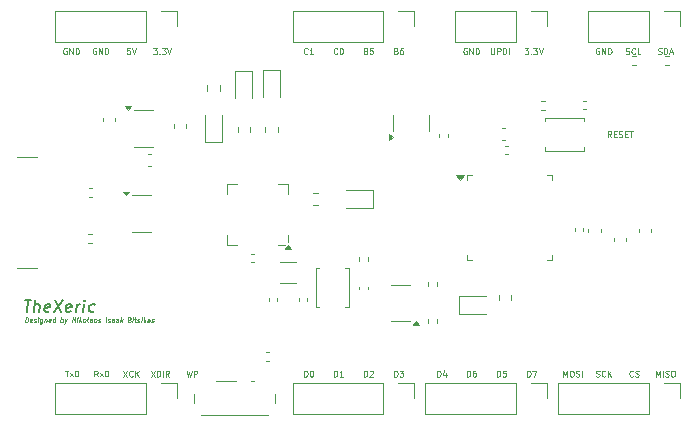
<source format=gbr>
%TF.GenerationSoftware,KiCad,Pcbnew,8.0.5*%
%TF.CreationDate,2024-12-16T18:06:57+02:00*%
%TF.ProjectId,TheXeric,54686558-6572-4696-932e-6b696361645f,1.0*%
%TF.SameCoordinates,Original*%
%TF.FileFunction,Legend,Top*%
%TF.FilePolarity,Positive*%
%FSLAX46Y46*%
G04 Gerber Fmt 4.6, Leading zero omitted, Abs format (unit mm)*
G04 Created by KiCad (PCBNEW 8.0.5) date 2024-12-16 18:06:57*
%MOMM*%
%LPD*%
G01*
G04 APERTURE LIST*
%ADD10C,0.100000*%
%ADD11C,0.080000*%
%ADD12C,0.200000*%
%ADD13C,0.120000*%
G04 APERTURE END LIST*
D10*
X140064836Y-108503609D02*
X140064836Y-108003609D01*
X140064836Y-108003609D02*
X140183884Y-108003609D01*
X140183884Y-108003609D02*
X140255312Y-108027419D01*
X140255312Y-108027419D02*
X140302931Y-108075038D01*
X140302931Y-108075038D02*
X140326741Y-108122657D01*
X140326741Y-108122657D02*
X140350550Y-108217895D01*
X140350550Y-108217895D02*
X140350550Y-108289323D01*
X140350550Y-108289323D02*
X140326741Y-108384561D01*
X140326741Y-108384561D02*
X140302931Y-108432180D01*
X140302931Y-108432180D02*
X140255312Y-108479800D01*
X140255312Y-108479800D02*
X140183884Y-108503609D01*
X140183884Y-108503609D02*
X140064836Y-108503609D01*
X140826741Y-108503609D02*
X140541027Y-108503609D01*
X140683884Y-108503609D02*
X140683884Y-108003609D01*
X140683884Y-108003609D02*
X140636265Y-108075038D01*
X140636265Y-108075038D02*
X140588646Y-108122657D01*
X140588646Y-108122657D02*
X140541027Y-108146466D01*
X142604836Y-108503609D02*
X142604836Y-108003609D01*
X142604836Y-108003609D02*
X142723884Y-108003609D01*
X142723884Y-108003609D02*
X142795312Y-108027419D01*
X142795312Y-108027419D02*
X142842931Y-108075038D01*
X142842931Y-108075038D02*
X142866741Y-108122657D01*
X142866741Y-108122657D02*
X142890550Y-108217895D01*
X142890550Y-108217895D02*
X142890550Y-108289323D01*
X142890550Y-108289323D02*
X142866741Y-108384561D01*
X142866741Y-108384561D02*
X142842931Y-108432180D01*
X142842931Y-108432180D02*
X142795312Y-108479800D01*
X142795312Y-108479800D02*
X142723884Y-108503609D01*
X142723884Y-108503609D02*
X142604836Y-108503609D01*
X143081027Y-108051228D02*
X143104836Y-108027419D01*
X143104836Y-108027419D02*
X143152455Y-108003609D01*
X143152455Y-108003609D02*
X143271503Y-108003609D01*
X143271503Y-108003609D02*
X143319122Y-108027419D01*
X143319122Y-108027419D02*
X143342931Y-108051228D01*
X143342931Y-108051228D02*
X143366741Y-108098847D01*
X143366741Y-108098847D02*
X143366741Y-108146466D01*
X143366741Y-108146466D02*
X143342931Y-108217895D01*
X143342931Y-108217895D02*
X143057217Y-108503609D01*
X143057217Y-108503609D02*
X143366741Y-108503609D01*
X142771503Y-80931704D02*
X142842931Y-80955514D01*
X142842931Y-80955514D02*
X142866741Y-80979323D01*
X142866741Y-80979323D02*
X142890550Y-81026942D01*
X142890550Y-81026942D02*
X142890550Y-81098371D01*
X142890550Y-81098371D02*
X142866741Y-81145990D01*
X142866741Y-81145990D02*
X142842931Y-81169800D01*
X142842931Y-81169800D02*
X142795312Y-81193609D01*
X142795312Y-81193609D02*
X142604836Y-81193609D01*
X142604836Y-81193609D02*
X142604836Y-80693609D01*
X142604836Y-80693609D02*
X142771503Y-80693609D01*
X142771503Y-80693609D02*
X142819122Y-80717419D01*
X142819122Y-80717419D02*
X142842931Y-80741228D01*
X142842931Y-80741228D02*
X142866741Y-80788847D01*
X142866741Y-80788847D02*
X142866741Y-80836466D01*
X142866741Y-80836466D02*
X142842931Y-80884085D01*
X142842931Y-80884085D02*
X142819122Y-80907895D01*
X142819122Y-80907895D02*
X142771503Y-80931704D01*
X142771503Y-80931704D02*
X142604836Y-80931704D01*
X143342931Y-80693609D02*
X143104836Y-80693609D01*
X143104836Y-80693609D02*
X143081027Y-80931704D01*
X143081027Y-80931704D02*
X143104836Y-80907895D01*
X143104836Y-80907895D02*
X143152455Y-80884085D01*
X143152455Y-80884085D02*
X143271503Y-80884085D01*
X143271503Y-80884085D02*
X143319122Y-80907895D01*
X143319122Y-80907895D02*
X143342931Y-80931704D01*
X143342931Y-80931704D02*
X143366741Y-80979323D01*
X143366741Y-80979323D02*
X143366741Y-81098371D01*
X143366741Y-81098371D02*
X143342931Y-81145990D01*
X143342931Y-81145990D02*
X143319122Y-81169800D01*
X143319122Y-81169800D02*
X143271503Y-81193609D01*
X143271503Y-81193609D02*
X143152455Y-81193609D01*
X143152455Y-81193609D02*
X143104836Y-81169800D01*
X143104836Y-81169800D02*
X143081027Y-81145990D01*
X163540550Y-88223609D02*
X163373884Y-87985514D01*
X163254836Y-88223609D02*
X163254836Y-87723609D01*
X163254836Y-87723609D02*
X163445312Y-87723609D01*
X163445312Y-87723609D02*
X163492931Y-87747419D01*
X163492931Y-87747419D02*
X163516741Y-87771228D01*
X163516741Y-87771228D02*
X163540550Y-87818847D01*
X163540550Y-87818847D02*
X163540550Y-87890276D01*
X163540550Y-87890276D02*
X163516741Y-87937895D01*
X163516741Y-87937895D02*
X163492931Y-87961704D01*
X163492931Y-87961704D02*
X163445312Y-87985514D01*
X163445312Y-87985514D02*
X163254836Y-87985514D01*
X163754836Y-87961704D02*
X163921503Y-87961704D01*
X163992931Y-88223609D02*
X163754836Y-88223609D01*
X163754836Y-88223609D02*
X163754836Y-87723609D01*
X163754836Y-87723609D02*
X163992931Y-87723609D01*
X164183408Y-88199800D02*
X164254836Y-88223609D01*
X164254836Y-88223609D02*
X164373884Y-88223609D01*
X164373884Y-88223609D02*
X164421503Y-88199800D01*
X164421503Y-88199800D02*
X164445312Y-88175990D01*
X164445312Y-88175990D02*
X164469122Y-88128371D01*
X164469122Y-88128371D02*
X164469122Y-88080752D01*
X164469122Y-88080752D02*
X164445312Y-88033133D01*
X164445312Y-88033133D02*
X164421503Y-88009323D01*
X164421503Y-88009323D02*
X164373884Y-87985514D01*
X164373884Y-87985514D02*
X164278646Y-87961704D01*
X164278646Y-87961704D02*
X164231027Y-87937895D01*
X164231027Y-87937895D02*
X164207217Y-87914085D01*
X164207217Y-87914085D02*
X164183408Y-87866466D01*
X164183408Y-87866466D02*
X164183408Y-87818847D01*
X164183408Y-87818847D02*
X164207217Y-87771228D01*
X164207217Y-87771228D02*
X164231027Y-87747419D01*
X164231027Y-87747419D02*
X164278646Y-87723609D01*
X164278646Y-87723609D02*
X164397693Y-87723609D01*
X164397693Y-87723609D02*
X164469122Y-87747419D01*
X164683407Y-87961704D02*
X164850074Y-87961704D01*
X164921502Y-88223609D02*
X164683407Y-88223609D01*
X164683407Y-88223609D02*
X164683407Y-87723609D01*
X164683407Y-87723609D02*
X164921502Y-87723609D01*
X165064360Y-87723609D02*
X165350074Y-87723609D01*
X165207217Y-88223609D02*
X165207217Y-87723609D01*
X167511027Y-81179800D02*
X167582455Y-81203609D01*
X167582455Y-81203609D02*
X167701503Y-81203609D01*
X167701503Y-81203609D02*
X167749122Y-81179800D01*
X167749122Y-81179800D02*
X167772931Y-81155990D01*
X167772931Y-81155990D02*
X167796741Y-81108371D01*
X167796741Y-81108371D02*
X167796741Y-81060752D01*
X167796741Y-81060752D02*
X167772931Y-81013133D01*
X167772931Y-81013133D02*
X167749122Y-80989323D01*
X167749122Y-80989323D02*
X167701503Y-80965514D01*
X167701503Y-80965514D02*
X167606265Y-80941704D01*
X167606265Y-80941704D02*
X167558646Y-80917895D01*
X167558646Y-80917895D02*
X167534836Y-80894085D01*
X167534836Y-80894085D02*
X167511027Y-80846466D01*
X167511027Y-80846466D02*
X167511027Y-80798847D01*
X167511027Y-80798847D02*
X167534836Y-80751228D01*
X167534836Y-80751228D02*
X167558646Y-80727419D01*
X167558646Y-80727419D02*
X167606265Y-80703609D01*
X167606265Y-80703609D02*
X167725312Y-80703609D01*
X167725312Y-80703609D02*
X167796741Y-80727419D01*
X168011026Y-81203609D02*
X168011026Y-80703609D01*
X168011026Y-80703609D02*
X168130074Y-80703609D01*
X168130074Y-80703609D02*
X168201502Y-80727419D01*
X168201502Y-80727419D02*
X168249121Y-80775038D01*
X168249121Y-80775038D02*
X168272931Y-80822657D01*
X168272931Y-80822657D02*
X168296740Y-80917895D01*
X168296740Y-80917895D02*
X168296740Y-80989323D01*
X168296740Y-80989323D02*
X168272931Y-81084561D01*
X168272931Y-81084561D02*
X168249121Y-81132180D01*
X168249121Y-81132180D02*
X168201502Y-81179800D01*
X168201502Y-81179800D02*
X168130074Y-81203609D01*
X168130074Y-81203609D02*
X168011026Y-81203609D01*
X168487217Y-81060752D02*
X168725312Y-81060752D01*
X168439598Y-81203609D02*
X168606264Y-80703609D01*
X168606264Y-80703609D02*
X168772931Y-81203609D01*
X159474836Y-108503609D02*
X159474836Y-108003609D01*
X159474836Y-108003609D02*
X159641503Y-108360752D01*
X159641503Y-108360752D02*
X159808169Y-108003609D01*
X159808169Y-108003609D02*
X159808169Y-108503609D01*
X160141503Y-108003609D02*
X160236741Y-108003609D01*
X160236741Y-108003609D02*
X160284360Y-108027419D01*
X160284360Y-108027419D02*
X160331979Y-108075038D01*
X160331979Y-108075038D02*
X160355789Y-108170276D01*
X160355789Y-108170276D02*
X160355789Y-108336942D01*
X160355789Y-108336942D02*
X160331979Y-108432180D01*
X160331979Y-108432180D02*
X160284360Y-108479800D01*
X160284360Y-108479800D02*
X160236741Y-108503609D01*
X160236741Y-108503609D02*
X160141503Y-108503609D01*
X160141503Y-108503609D02*
X160093884Y-108479800D01*
X160093884Y-108479800D02*
X160046265Y-108432180D01*
X160046265Y-108432180D02*
X160022456Y-108336942D01*
X160022456Y-108336942D02*
X160022456Y-108170276D01*
X160022456Y-108170276D02*
X160046265Y-108075038D01*
X160046265Y-108075038D02*
X160093884Y-108027419D01*
X160093884Y-108027419D02*
X160141503Y-108003609D01*
X160546266Y-108479800D02*
X160617694Y-108503609D01*
X160617694Y-108503609D02*
X160736742Y-108503609D01*
X160736742Y-108503609D02*
X160784361Y-108479800D01*
X160784361Y-108479800D02*
X160808170Y-108455990D01*
X160808170Y-108455990D02*
X160831980Y-108408371D01*
X160831980Y-108408371D02*
X160831980Y-108360752D01*
X160831980Y-108360752D02*
X160808170Y-108313133D01*
X160808170Y-108313133D02*
X160784361Y-108289323D01*
X160784361Y-108289323D02*
X160736742Y-108265514D01*
X160736742Y-108265514D02*
X160641504Y-108241704D01*
X160641504Y-108241704D02*
X160593885Y-108217895D01*
X160593885Y-108217895D02*
X160570075Y-108194085D01*
X160570075Y-108194085D02*
X160546266Y-108146466D01*
X160546266Y-108146466D02*
X160546266Y-108098847D01*
X160546266Y-108098847D02*
X160570075Y-108051228D01*
X160570075Y-108051228D02*
X160593885Y-108027419D01*
X160593885Y-108027419D02*
X160641504Y-108003609D01*
X160641504Y-108003609D02*
X160760551Y-108003609D01*
X160760551Y-108003609D02*
X160831980Y-108027419D01*
X161046265Y-108503609D02*
X161046265Y-108003609D01*
X145331503Y-80931704D02*
X145402931Y-80955514D01*
X145402931Y-80955514D02*
X145426741Y-80979323D01*
X145426741Y-80979323D02*
X145450550Y-81026942D01*
X145450550Y-81026942D02*
X145450550Y-81098371D01*
X145450550Y-81098371D02*
X145426741Y-81145990D01*
X145426741Y-81145990D02*
X145402931Y-81169800D01*
X145402931Y-81169800D02*
X145355312Y-81193609D01*
X145355312Y-81193609D02*
X145164836Y-81193609D01*
X145164836Y-81193609D02*
X145164836Y-80693609D01*
X145164836Y-80693609D02*
X145331503Y-80693609D01*
X145331503Y-80693609D02*
X145379122Y-80717419D01*
X145379122Y-80717419D02*
X145402931Y-80741228D01*
X145402931Y-80741228D02*
X145426741Y-80788847D01*
X145426741Y-80788847D02*
X145426741Y-80836466D01*
X145426741Y-80836466D02*
X145402931Y-80884085D01*
X145402931Y-80884085D02*
X145379122Y-80907895D01*
X145379122Y-80907895D02*
X145331503Y-80931704D01*
X145331503Y-80931704D02*
X145164836Y-80931704D01*
X145879122Y-80693609D02*
X145783884Y-80693609D01*
X145783884Y-80693609D02*
X145736265Y-80717419D01*
X145736265Y-80717419D02*
X145712455Y-80741228D01*
X145712455Y-80741228D02*
X145664836Y-80812657D01*
X145664836Y-80812657D02*
X145641027Y-80907895D01*
X145641027Y-80907895D02*
X145641027Y-81098371D01*
X145641027Y-81098371D02*
X145664836Y-81145990D01*
X145664836Y-81145990D02*
X145688646Y-81169800D01*
X145688646Y-81169800D02*
X145736265Y-81193609D01*
X145736265Y-81193609D02*
X145831503Y-81193609D01*
X145831503Y-81193609D02*
X145879122Y-81169800D01*
X145879122Y-81169800D02*
X145902931Y-81145990D01*
X145902931Y-81145990D02*
X145926741Y-81098371D01*
X145926741Y-81098371D02*
X145926741Y-80979323D01*
X145926741Y-80979323D02*
X145902931Y-80931704D01*
X145902931Y-80931704D02*
X145879122Y-80907895D01*
X145879122Y-80907895D02*
X145831503Y-80884085D01*
X145831503Y-80884085D02*
X145736265Y-80884085D01*
X145736265Y-80884085D02*
X145688646Y-80907895D01*
X145688646Y-80907895D02*
X145664836Y-80931704D01*
X145664836Y-80931704D02*
X145641027Y-80979323D01*
X156414836Y-108503609D02*
X156414836Y-108003609D01*
X156414836Y-108003609D02*
X156533884Y-108003609D01*
X156533884Y-108003609D02*
X156605312Y-108027419D01*
X156605312Y-108027419D02*
X156652931Y-108075038D01*
X156652931Y-108075038D02*
X156676741Y-108122657D01*
X156676741Y-108122657D02*
X156700550Y-108217895D01*
X156700550Y-108217895D02*
X156700550Y-108289323D01*
X156700550Y-108289323D02*
X156676741Y-108384561D01*
X156676741Y-108384561D02*
X156652931Y-108432180D01*
X156652931Y-108432180D02*
X156605312Y-108479800D01*
X156605312Y-108479800D02*
X156533884Y-108503609D01*
X156533884Y-108503609D02*
X156414836Y-108503609D01*
X156867217Y-108003609D02*
X157200550Y-108003609D01*
X157200550Y-108003609D02*
X156986265Y-108503609D01*
X165380550Y-108455990D02*
X165356741Y-108479800D01*
X165356741Y-108479800D02*
X165285312Y-108503609D01*
X165285312Y-108503609D02*
X165237693Y-108503609D01*
X165237693Y-108503609D02*
X165166265Y-108479800D01*
X165166265Y-108479800D02*
X165118646Y-108432180D01*
X165118646Y-108432180D02*
X165094836Y-108384561D01*
X165094836Y-108384561D02*
X165071027Y-108289323D01*
X165071027Y-108289323D02*
X165071027Y-108217895D01*
X165071027Y-108217895D02*
X165094836Y-108122657D01*
X165094836Y-108122657D02*
X165118646Y-108075038D01*
X165118646Y-108075038D02*
X165166265Y-108027419D01*
X165166265Y-108027419D02*
X165237693Y-108003609D01*
X165237693Y-108003609D02*
X165285312Y-108003609D01*
X165285312Y-108003609D02*
X165356741Y-108027419D01*
X165356741Y-108027419D02*
X165380550Y-108051228D01*
X165571027Y-108479800D02*
X165642455Y-108503609D01*
X165642455Y-108503609D02*
X165761503Y-108503609D01*
X165761503Y-108503609D02*
X165809122Y-108479800D01*
X165809122Y-108479800D02*
X165832931Y-108455990D01*
X165832931Y-108455990D02*
X165856741Y-108408371D01*
X165856741Y-108408371D02*
X165856741Y-108360752D01*
X165856741Y-108360752D02*
X165832931Y-108313133D01*
X165832931Y-108313133D02*
X165809122Y-108289323D01*
X165809122Y-108289323D02*
X165761503Y-108265514D01*
X165761503Y-108265514D02*
X165666265Y-108241704D01*
X165666265Y-108241704D02*
X165618646Y-108217895D01*
X165618646Y-108217895D02*
X165594836Y-108194085D01*
X165594836Y-108194085D02*
X165571027Y-108146466D01*
X165571027Y-108146466D02*
X165571027Y-108098847D01*
X165571027Y-108098847D02*
X165594836Y-108051228D01*
X165594836Y-108051228D02*
X165618646Y-108027419D01*
X165618646Y-108027419D02*
X165666265Y-108003609D01*
X165666265Y-108003609D02*
X165785312Y-108003609D01*
X165785312Y-108003609D02*
X165856741Y-108027419D01*
X151296741Y-80717419D02*
X151249122Y-80693609D01*
X151249122Y-80693609D02*
X151177693Y-80693609D01*
X151177693Y-80693609D02*
X151106265Y-80717419D01*
X151106265Y-80717419D02*
X151058646Y-80765038D01*
X151058646Y-80765038D02*
X151034836Y-80812657D01*
X151034836Y-80812657D02*
X151011027Y-80907895D01*
X151011027Y-80907895D02*
X151011027Y-80979323D01*
X151011027Y-80979323D02*
X151034836Y-81074561D01*
X151034836Y-81074561D02*
X151058646Y-81122180D01*
X151058646Y-81122180D02*
X151106265Y-81169800D01*
X151106265Y-81169800D02*
X151177693Y-81193609D01*
X151177693Y-81193609D02*
X151225312Y-81193609D01*
X151225312Y-81193609D02*
X151296741Y-81169800D01*
X151296741Y-81169800D02*
X151320550Y-81145990D01*
X151320550Y-81145990D02*
X151320550Y-80979323D01*
X151320550Y-80979323D02*
X151225312Y-80979323D01*
X151534836Y-81193609D02*
X151534836Y-80693609D01*
X151534836Y-80693609D02*
X151820550Y-81193609D01*
X151820550Y-81193609D02*
X151820550Y-80693609D01*
X152058646Y-81193609D02*
X152058646Y-80693609D01*
X152058646Y-80693609D02*
X152177694Y-80693609D01*
X152177694Y-80693609D02*
X152249122Y-80717419D01*
X152249122Y-80717419D02*
X152296741Y-80765038D01*
X152296741Y-80765038D02*
X152320551Y-80812657D01*
X152320551Y-80812657D02*
X152344360Y-80907895D01*
X152344360Y-80907895D02*
X152344360Y-80979323D01*
X152344360Y-80979323D02*
X152320551Y-81074561D01*
X152320551Y-81074561D02*
X152296741Y-81122180D01*
X152296741Y-81122180D02*
X152249122Y-81169800D01*
X152249122Y-81169800D02*
X152177694Y-81193609D01*
X152177694Y-81193609D02*
X152058646Y-81193609D01*
X137820550Y-81145990D02*
X137796741Y-81169800D01*
X137796741Y-81169800D02*
X137725312Y-81193609D01*
X137725312Y-81193609D02*
X137677693Y-81193609D01*
X137677693Y-81193609D02*
X137606265Y-81169800D01*
X137606265Y-81169800D02*
X137558646Y-81122180D01*
X137558646Y-81122180D02*
X137534836Y-81074561D01*
X137534836Y-81074561D02*
X137511027Y-80979323D01*
X137511027Y-80979323D02*
X137511027Y-80907895D01*
X137511027Y-80907895D02*
X137534836Y-80812657D01*
X137534836Y-80812657D02*
X137558646Y-80765038D01*
X137558646Y-80765038D02*
X137606265Y-80717419D01*
X137606265Y-80717419D02*
X137677693Y-80693609D01*
X137677693Y-80693609D02*
X137725312Y-80693609D01*
X137725312Y-80693609D02*
X137796741Y-80717419D01*
X137796741Y-80717419D02*
X137820550Y-80741228D01*
X138296741Y-81193609D02*
X138011027Y-81193609D01*
X138153884Y-81193609D02*
X138153884Y-80693609D01*
X138153884Y-80693609D02*
X138106265Y-80765038D01*
X138106265Y-80765038D02*
X138058646Y-80812657D01*
X138058646Y-80812657D02*
X138011027Y-80836466D01*
X127587217Y-108003609D02*
X127706265Y-108503609D01*
X127706265Y-108503609D02*
X127801503Y-108146466D01*
X127801503Y-108146466D02*
X127896741Y-108503609D01*
X127896741Y-108503609D02*
X128015789Y-108003609D01*
X128206265Y-108503609D02*
X128206265Y-108003609D01*
X128206265Y-108003609D02*
X128396741Y-108003609D01*
X128396741Y-108003609D02*
X128444360Y-108027419D01*
X128444360Y-108027419D02*
X128468170Y-108051228D01*
X128468170Y-108051228D02*
X128491979Y-108098847D01*
X128491979Y-108098847D02*
X128491979Y-108170276D01*
X128491979Y-108170276D02*
X128468170Y-108217895D01*
X128468170Y-108217895D02*
X128444360Y-108241704D01*
X128444360Y-108241704D02*
X128396741Y-108265514D01*
X128396741Y-108265514D02*
X128206265Y-108265514D01*
X167324836Y-108503609D02*
X167324836Y-108003609D01*
X167324836Y-108003609D02*
X167491503Y-108360752D01*
X167491503Y-108360752D02*
X167658169Y-108003609D01*
X167658169Y-108003609D02*
X167658169Y-108503609D01*
X167896265Y-108503609D02*
X167896265Y-108003609D01*
X168110551Y-108479800D02*
X168181979Y-108503609D01*
X168181979Y-108503609D02*
X168301027Y-108503609D01*
X168301027Y-108503609D02*
X168348646Y-108479800D01*
X168348646Y-108479800D02*
X168372455Y-108455990D01*
X168372455Y-108455990D02*
X168396265Y-108408371D01*
X168396265Y-108408371D02*
X168396265Y-108360752D01*
X168396265Y-108360752D02*
X168372455Y-108313133D01*
X168372455Y-108313133D02*
X168348646Y-108289323D01*
X168348646Y-108289323D02*
X168301027Y-108265514D01*
X168301027Y-108265514D02*
X168205789Y-108241704D01*
X168205789Y-108241704D02*
X168158170Y-108217895D01*
X168158170Y-108217895D02*
X168134360Y-108194085D01*
X168134360Y-108194085D02*
X168110551Y-108146466D01*
X168110551Y-108146466D02*
X168110551Y-108098847D01*
X168110551Y-108098847D02*
X168134360Y-108051228D01*
X168134360Y-108051228D02*
X168158170Y-108027419D01*
X168158170Y-108027419D02*
X168205789Y-108003609D01*
X168205789Y-108003609D02*
X168324836Y-108003609D01*
X168324836Y-108003609D02*
X168396265Y-108027419D01*
X168705788Y-108003609D02*
X168801026Y-108003609D01*
X168801026Y-108003609D02*
X168848645Y-108027419D01*
X168848645Y-108027419D02*
X168896264Y-108075038D01*
X168896264Y-108075038D02*
X168920074Y-108170276D01*
X168920074Y-108170276D02*
X168920074Y-108336942D01*
X168920074Y-108336942D02*
X168896264Y-108432180D01*
X168896264Y-108432180D02*
X168848645Y-108479800D01*
X168848645Y-108479800D02*
X168801026Y-108503609D01*
X168801026Y-108503609D02*
X168705788Y-108503609D01*
X168705788Y-108503609D02*
X168658169Y-108479800D01*
X168658169Y-108479800D02*
X168610550Y-108432180D01*
X168610550Y-108432180D02*
X168586741Y-108336942D01*
X168586741Y-108336942D02*
X168586741Y-108170276D01*
X168586741Y-108170276D02*
X168610550Y-108075038D01*
X168610550Y-108075038D02*
X168658169Y-108027419D01*
X168658169Y-108027419D02*
X168705788Y-108003609D01*
X151314836Y-108503609D02*
X151314836Y-108003609D01*
X151314836Y-108003609D02*
X151433884Y-108003609D01*
X151433884Y-108003609D02*
X151505312Y-108027419D01*
X151505312Y-108027419D02*
X151552931Y-108075038D01*
X151552931Y-108075038D02*
X151576741Y-108122657D01*
X151576741Y-108122657D02*
X151600550Y-108217895D01*
X151600550Y-108217895D02*
X151600550Y-108289323D01*
X151600550Y-108289323D02*
X151576741Y-108384561D01*
X151576741Y-108384561D02*
X151552931Y-108432180D01*
X151552931Y-108432180D02*
X151505312Y-108479800D01*
X151505312Y-108479800D02*
X151433884Y-108503609D01*
X151433884Y-108503609D02*
X151314836Y-108503609D01*
X152029122Y-108003609D02*
X151933884Y-108003609D01*
X151933884Y-108003609D02*
X151886265Y-108027419D01*
X151886265Y-108027419D02*
X151862455Y-108051228D01*
X151862455Y-108051228D02*
X151814836Y-108122657D01*
X151814836Y-108122657D02*
X151791027Y-108217895D01*
X151791027Y-108217895D02*
X151791027Y-108408371D01*
X151791027Y-108408371D02*
X151814836Y-108455990D01*
X151814836Y-108455990D02*
X151838646Y-108479800D01*
X151838646Y-108479800D02*
X151886265Y-108503609D01*
X151886265Y-108503609D02*
X151981503Y-108503609D01*
X151981503Y-108503609D02*
X152029122Y-108479800D01*
X152029122Y-108479800D02*
X152052931Y-108455990D01*
X152052931Y-108455990D02*
X152076741Y-108408371D01*
X152076741Y-108408371D02*
X152076741Y-108289323D01*
X152076741Y-108289323D02*
X152052931Y-108241704D01*
X152052931Y-108241704D02*
X152029122Y-108217895D01*
X152029122Y-108217895D02*
X151981503Y-108194085D01*
X151981503Y-108194085D02*
X151886265Y-108194085D01*
X151886265Y-108194085D02*
X151838646Y-108217895D01*
X151838646Y-108217895D02*
X151814836Y-108241704D01*
X151814836Y-108241704D02*
X151791027Y-108289323D01*
X164771027Y-81169800D02*
X164842455Y-81193609D01*
X164842455Y-81193609D02*
X164961503Y-81193609D01*
X164961503Y-81193609D02*
X165009122Y-81169800D01*
X165009122Y-81169800D02*
X165032931Y-81145990D01*
X165032931Y-81145990D02*
X165056741Y-81098371D01*
X165056741Y-81098371D02*
X165056741Y-81050752D01*
X165056741Y-81050752D02*
X165032931Y-81003133D01*
X165032931Y-81003133D02*
X165009122Y-80979323D01*
X165009122Y-80979323D02*
X164961503Y-80955514D01*
X164961503Y-80955514D02*
X164866265Y-80931704D01*
X164866265Y-80931704D02*
X164818646Y-80907895D01*
X164818646Y-80907895D02*
X164794836Y-80884085D01*
X164794836Y-80884085D02*
X164771027Y-80836466D01*
X164771027Y-80836466D02*
X164771027Y-80788847D01*
X164771027Y-80788847D02*
X164794836Y-80741228D01*
X164794836Y-80741228D02*
X164818646Y-80717419D01*
X164818646Y-80717419D02*
X164866265Y-80693609D01*
X164866265Y-80693609D02*
X164985312Y-80693609D01*
X164985312Y-80693609D02*
X165056741Y-80717419D01*
X165556740Y-81145990D02*
X165532931Y-81169800D01*
X165532931Y-81169800D02*
X165461502Y-81193609D01*
X165461502Y-81193609D02*
X165413883Y-81193609D01*
X165413883Y-81193609D02*
X165342455Y-81169800D01*
X165342455Y-81169800D02*
X165294836Y-81122180D01*
X165294836Y-81122180D02*
X165271026Y-81074561D01*
X165271026Y-81074561D02*
X165247217Y-80979323D01*
X165247217Y-80979323D02*
X165247217Y-80907895D01*
X165247217Y-80907895D02*
X165271026Y-80812657D01*
X165271026Y-80812657D02*
X165294836Y-80765038D01*
X165294836Y-80765038D02*
X165342455Y-80717419D01*
X165342455Y-80717419D02*
X165413883Y-80693609D01*
X165413883Y-80693609D02*
X165461502Y-80693609D01*
X165461502Y-80693609D02*
X165532931Y-80717419D01*
X165532931Y-80717419D02*
X165556740Y-80741228D01*
X166009121Y-81193609D02*
X165771026Y-81193609D01*
X165771026Y-81193609D02*
X165771026Y-80693609D01*
X137534836Y-108503609D02*
X137534836Y-108003609D01*
X137534836Y-108003609D02*
X137653884Y-108003609D01*
X137653884Y-108003609D02*
X137725312Y-108027419D01*
X137725312Y-108027419D02*
X137772931Y-108075038D01*
X137772931Y-108075038D02*
X137796741Y-108122657D01*
X137796741Y-108122657D02*
X137820550Y-108217895D01*
X137820550Y-108217895D02*
X137820550Y-108289323D01*
X137820550Y-108289323D02*
X137796741Y-108384561D01*
X137796741Y-108384561D02*
X137772931Y-108432180D01*
X137772931Y-108432180D02*
X137725312Y-108479800D01*
X137725312Y-108479800D02*
X137653884Y-108503609D01*
X137653884Y-108503609D02*
X137534836Y-108503609D01*
X138130074Y-108003609D02*
X138177693Y-108003609D01*
X138177693Y-108003609D02*
X138225312Y-108027419D01*
X138225312Y-108027419D02*
X138249122Y-108051228D01*
X138249122Y-108051228D02*
X138272931Y-108098847D01*
X138272931Y-108098847D02*
X138296741Y-108194085D01*
X138296741Y-108194085D02*
X138296741Y-108313133D01*
X138296741Y-108313133D02*
X138272931Y-108408371D01*
X138272931Y-108408371D02*
X138249122Y-108455990D01*
X138249122Y-108455990D02*
X138225312Y-108479800D01*
X138225312Y-108479800D02*
X138177693Y-108503609D01*
X138177693Y-108503609D02*
X138130074Y-108503609D01*
X138130074Y-108503609D02*
X138082455Y-108479800D01*
X138082455Y-108479800D02*
X138058646Y-108455990D01*
X138058646Y-108455990D02*
X138034836Y-108408371D01*
X138034836Y-108408371D02*
X138011027Y-108313133D01*
X138011027Y-108313133D02*
X138011027Y-108194085D01*
X138011027Y-108194085D02*
X138034836Y-108098847D01*
X138034836Y-108098847D02*
X138058646Y-108051228D01*
X138058646Y-108051228D02*
X138082455Y-108027419D01*
X138082455Y-108027419D02*
X138130074Y-108003609D01*
X162261027Y-108479800D02*
X162332455Y-108503609D01*
X162332455Y-108503609D02*
X162451503Y-108503609D01*
X162451503Y-108503609D02*
X162499122Y-108479800D01*
X162499122Y-108479800D02*
X162522931Y-108455990D01*
X162522931Y-108455990D02*
X162546741Y-108408371D01*
X162546741Y-108408371D02*
X162546741Y-108360752D01*
X162546741Y-108360752D02*
X162522931Y-108313133D01*
X162522931Y-108313133D02*
X162499122Y-108289323D01*
X162499122Y-108289323D02*
X162451503Y-108265514D01*
X162451503Y-108265514D02*
X162356265Y-108241704D01*
X162356265Y-108241704D02*
X162308646Y-108217895D01*
X162308646Y-108217895D02*
X162284836Y-108194085D01*
X162284836Y-108194085D02*
X162261027Y-108146466D01*
X162261027Y-108146466D02*
X162261027Y-108098847D01*
X162261027Y-108098847D02*
X162284836Y-108051228D01*
X162284836Y-108051228D02*
X162308646Y-108027419D01*
X162308646Y-108027419D02*
X162356265Y-108003609D01*
X162356265Y-108003609D02*
X162475312Y-108003609D01*
X162475312Y-108003609D02*
X162546741Y-108027419D01*
X163046740Y-108455990D02*
X163022931Y-108479800D01*
X163022931Y-108479800D02*
X162951502Y-108503609D01*
X162951502Y-108503609D02*
X162903883Y-108503609D01*
X162903883Y-108503609D02*
X162832455Y-108479800D01*
X162832455Y-108479800D02*
X162784836Y-108432180D01*
X162784836Y-108432180D02*
X162761026Y-108384561D01*
X162761026Y-108384561D02*
X162737217Y-108289323D01*
X162737217Y-108289323D02*
X162737217Y-108217895D01*
X162737217Y-108217895D02*
X162761026Y-108122657D01*
X162761026Y-108122657D02*
X162784836Y-108075038D01*
X162784836Y-108075038D02*
X162832455Y-108027419D01*
X162832455Y-108027419D02*
X162903883Y-108003609D01*
X162903883Y-108003609D02*
X162951502Y-108003609D01*
X162951502Y-108003609D02*
X163022931Y-108027419D01*
X163022931Y-108027419D02*
X163046740Y-108051228D01*
X163261026Y-108503609D02*
X163261026Y-108003609D01*
X163546740Y-108503609D02*
X163332455Y-108217895D01*
X163546740Y-108003609D02*
X163261026Y-108289323D01*
X117416741Y-80717419D02*
X117369122Y-80693609D01*
X117369122Y-80693609D02*
X117297693Y-80693609D01*
X117297693Y-80693609D02*
X117226265Y-80717419D01*
X117226265Y-80717419D02*
X117178646Y-80765038D01*
X117178646Y-80765038D02*
X117154836Y-80812657D01*
X117154836Y-80812657D02*
X117131027Y-80907895D01*
X117131027Y-80907895D02*
X117131027Y-80979323D01*
X117131027Y-80979323D02*
X117154836Y-81074561D01*
X117154836Y-81074561D02*
X117178646Y-81122180D01*
X117178646Y-81122180D02*
X117226265Y-81169800D01*
X117226265Y-81169800D02*
X117297693Y-81193609D01*
X117297693Y-81193609D02*
X117345312Y-81193609D01*
X117345312Y-81193609D02*
X117416741Y-81169800D01*
X117416741Y-81169800D02*
X117440550Y-81145990D01*
X117440550Y-81145990D02*
X117440550Y-80979323D01*
X117440550Y-80979323D02*
X117345312Y-80979323D01*
X117654836Y-81193609D02*
X117654836Y-80693609D01*
X117654836Y-80693609D02*
X117940550Y-81193609D01*
X117940550Y-81193609D02*
X117940550Y-80693609D01*
X118178646Y-81193609D02*
X118178646Y-80693609D01*
X118178646Y-80693609D02*
X118297694Y-80693609D01*
X118297694Y-80693609D02*
X118369122Y-80717419D01*
X118369122Y-80717419D02*
X118416741Y-80765038D01*
X118416741Y-80765038D02*
X118440551Y-80812657D01*
X118440551Y-80812657D02*
X118464360Y-80907895D01*
X118464360Y-80907895D02*
X118464360Y-80979323D01*
X118464360Y-80979323D02*
X118440551Y-81074561D01*
X118440551Y-81074561D02*
X118416741Y-81122180D01*
X118416741Y-81122180D02*
X118369122Y-81169800D01*
X118369122Y-81169800D02*
X118297694Y-81193609D01*
X118297694Y-81193609D02*
X118178646Y-81193609D01*
X162516741Y-80717419D02*
X162469122Y-80693609D01*
X162469122Y-80693609D02*
X162397693Y-80693609D01*
X162397693Y-80693609D02*
X162326265Y-80717419D01*
X162326265Y-80717419D02*
X162278646Y-80765038D01*
X162278646Y-80765038D02*
X162254836Y-80812657D01*
X162254836Y-80812657D02*
X162231027Y-80907895D01*
X162231027Y-80907895D02*
X162231027Y-80979323D01*
X162231027Y-80979323D02*
X162254836Y-81074561D01*
X162254836Y-81074561D02*
X162278646Y-81122180D01*
X162278646Y-81122180D02*
X162326265Y-81169800D01*
X162326265Y-81169800D02*
X162397693Y-81193609D01*
X162397693Y-81193609D02*
X162445312Y-81193609D01*
X162445312Y-81193609D02*
X162516741Y-81169800D01*
X162516741Y-81169800D02*
X162540550Y-81145990D01*
X162540550Y-81145990D02*
X162540550Y-80979323D01*
X162540550Y-80979323D02*
X162445312Y-80979323D01*
X162754836Y-81193609D02*
X162754836Y-80693609D01*
X162754836Y-80693609D02*
X163040550Y-81193609D01*
X163040550Y-81193609D02*
X163040550Y-80693609D01*
X163278646Y-81193609D02*
X163278646Y-80693609D01*
X163278646Y-80693609D02*
X163397694Y-80693609D01*
X163397694Y-80693609D02*
X163469122Y-80717419D01*
X163469122Y-80717419D02*
X163516741Y-80765038D01*
X163516741Y-80765038D02*
X163540551Y-80812657D01*
X163540551Y-80812657D02*
X163564360Y-80907895D01*
X163564360Y-80907895D02*
X163564360Y-80979323D01*
X163564360Y-80979323D02*
X163540551Y-81074561D01*
X163540551Y-81074561D02*
X163516741Y-81122180D01*
X163516741Y-81122180D02*
X163469122Y-81169800D01*
X163469122Y-81169800D02*
X163397694Y-81193609D01*
X163397694Y-81193609D02*
X163278646Y-81193609D01*
X122802931Y-80693609D02*
X122564836Y-80693609D01*
X122564836Y-80693609D02*
X122541027Y-80931704D01*
X122541027Y-80931704D02*
X122564836Y-80907895D01*
X122564836Y-80907895D02*
X122612455Y-80884085D01*
X122612455Y-80884085D02*
X122731503Y-80884085D01*
X122731503Y-80884085D02*
X122779122Y-80907895D01*
X122779122Y-80907895D02*
X122802931Y-80931704D01*
X122802931Y-80931704D02*
X122826741Y-80979323D01*
X122826741Y-80979323D02*
X122826741Y-81098371D01*
X122826741Y-81098371D02*
X122802931Y-81145990D01*
X122802931Y-81145990D02*
X122779122Y-81169800D01*
X122779122Y-81169800D02*
X122731503Y-81193609D01*
X122731503Y-81193609D02*
X122612455Y-81193609D01*
X122612455Y-81193609D02*
X122564836Y-81169800D01*
X122564836Y-81169800D02*
X122541027Y-81145990D01*
X122969598Y-80693609D02*
X123136264Y-81193609D01*
X123136264Y-81193609D02*
X123302931Y-80693609D01*
X124547217Y-108003609D02*
X124880550Y-108503609D01*
X124880550Y-108003609D02*
X124547217Y-108503609D01*
X125071026Y-108503609D02*
X125071026Y-108003609D01*
X125071026Y-108003609D02*
X125190074Y-108003609D01*
X125190074Y-108003609D02*
X125261502Y-108027419D01*
X125261502Y-108027419D02*
X125309121Y-108075038D01*
X125309121Y-108075038D02*
X125332931Y-108122657D01*
X125332931Y-108122657D02*
X125356740Y-108217895D01*
X125356740Y-108217895D02*
X125356740Y-108289323D01*
X125356740Y-108289323D02*
X125332931Y-108384561D01*
X125332931Y-108384561D02*
X125309121Y-108432180D01*
X125309121Y-108432180D02*
X125261502Y-108479800D01*
X125261502Y-108479800D02*
X125190074Y-108503609D01*
X125190074Y-108503609D02*
X125071026Y-108503609D01*
X125571026Y-108503609D02*
X125571026Y-108003609D01*
X126094835Y-108503609D02*
X125928169Y-108265514D01*
X125809121Y-108503609D02*
X125809121Y-108003609D01*
X125809121Y-108003609D02*
X125999597Y-108003609D01*
X125999597Y-108003609D02*
X126047216Y-108027419D01*
X126047216Y-108027419D02*
X126071026Y-108051228D01*
X126071026Y-108051228D02*
X126094835Y-108098847D01*
X126094835Y-108098847D02*
X126094835Y-108170276D01*
X126094835Y-108170276D02*
X126071026Y-108217895D01*
X126071026Y-108217895D02*
X126047216Y-108241704D01*
X126047216Y-108241704D02*
X125999597Y-108265514D01*
X125999597Y-108265514D02*
X125809121Y-108265514D01*
X145164836Y-108503609D02*
X145164836Y-108003609D01*
X145164836Y-108003609D02*
X145283884Y-108003609D01*
X145283884Y-108003609D02*
X145355312Y-108027419D01*
X145355312Y-108027419D02*
X145402931Y-108075038D01*
X145402931Y-108075038D02*
X145426741Y-108122657D01*
X145426741Y-108122657D02*
X145450550Y-108217895D01*
X145450550Y-108217895D02*
X145450550Y-108289323D01*
X145450550Y-108289323D02*
X145426741Y-108384561D01*
X145426741Y-108384561D02*
X145402931Y-108432180D01*
X145402931Y-108432180D02*
X145355312Y-108479800D01*
X145355312Y-108479800D02*
X145283884Y-108503609D01*
X145283884Y-108503609D02*
X145164836Y-108503609D01*
X145617217Y-108003609D02*
X145926741Y-108003609D01*
X145926741Y-108003609D02*
X145760074Y-108194085D01*
X145760074Y-108194085D02*
X145831503Y-108194085D01*
X145831503Y-108194085D02*
X145879122Y-108217895D01*
X145879122Y-108217895D02*
X145902931Y-108241704D01*
X145902931Y-108241704D02*
X145926741Y-108289323D01*
X145926741Y-108289323D02*
X145926741Y-108408371D01*
X145926741Y-108408371D02*
X145902931Y-108455990D01*
X145902931Y-108455990D02*
X145879122Y-108479800D01*
X145879122Y-108479800D02*
X145831503Y-108503609D01*
X145831503Y-108503609D02*
X145688646Y-108503609D01*
X145688646Y-108503609D02*
X145641027Y-108479800D01*
X145641027Y-108479800D02*
X145617217Y-108455990D01*
X120060550Y-108493609D02*
X119893884Y-108255514D01*
X119774836Y-108493609D02*
X119774836Y-107993609D01*
X119774836Y-107993609D02*
X119965312Y-107993609D01*
X119965312Y-107993609D02*
X120012931Y-108017419D01*
X120012931Y-108017419D02*
X120036741Y-108041228D01*
X120036741Y-108041228D02*
X120060550Y-108088847D01*
X120060550Y-108088847D02*
X120060550Y-108160276D01*
X120060550Y-108160276D02*
X120036741Y-108207895D01*
X120036741Y-108207895D02*
X120012931Y-108231704D01*
X120012931Y-108231704D02*
X119965312Y-108255514D01*
X119965312Y-108255514D02*
X119774836Y-108255514D01*
X120227217Y-108493609D02*
X120489122Y-108160276D01*
X120227217Y-108160276D02*
X120489122Y-108493609D01*
X120679598Y-108493609D02*
X120679598Y-107993609D01*
X120679598Y-107993609D02*
X120798646Y-107993609D01*
X120798646Y-107993609D02*
X120870074Y-108017419D01*
X120870074Y-108017419D02*
X120917693Y-108065038D01*
X120917693Y-108065038D02*
X120941503Y-108112657D01*
X120941503Y-108112657D02*
X120965312Y-108207895D01*
X120965312Y-108207895D02*
X120965312Y-108279323D01*
X120965312Y-108279323D02*
X120941503Y-108374561D01*
X120941503Y-108374561D02*
X120917693Y-108422180D01*
X120917693Y-108422180D02*
X120870074Y-108469800D01*
X120870074Y-108469800D02*
X120798646Y-108493609D01*
X120798646Y-108493609D02*
X120679598Y-108493609D01*
X153854836Y-108503609D02*
X153854836Y-108003609D01*
X153854836Y-108003609D02*
X153973884Y-108003609D01*
X153973884Y-108003609D02*
X154045312Y-108027419D01*
X154045312Y-108027419D02*
X154092931Y-108075038D01*
X154092931Y-108075038D02*
X154116741Y-108122657D01*
X154116741Y-108122657D02*
X154140550Y-108217895D01*
X154140550Y-108217895D02*
X154140550Y-108289323D01*
X154140550Y-108289323D02*
X154116741Y-108384561D01*
X154116741Y-108384561D02*
X154092931Y-108432180D01*
X154092931Y-108432180D02*
X154045312Y-108479800D01*
X154045312Y-108479800D02*
X153973884Y-108503609D01*
X153973884Y-108503609D02*
X153854836Y-108503609D01*
X154592931Y-108003609D02*
X154354836Y-108003609D01*
X154354836Y-108003609D02*
X154331027Y-108241704D01*
X154331027Y-108241704D02*
X154354836Y-108217895D01*
X154354836Y-108217895D02*
X154402455Y-108194085D01*
X154402455Y-108194085D02*
X154521503Y-108194085D01*
X154521503Y-108194085D02*
X154569122Y-108217895D01*
X154569122Y-108217895D02*
X154592931Y-108241704D01*
X154592931Y-108241704D02*
X154616741Y-108289323D01*
X154616741Y-108289323D02*
X154616741Y-108408371D01*
X154616741Y-108408371D02*
X154592931Y-108455990D01*
X154592931Y-108455990D02*
X154569122Y-108479800D01*
X154569122Y-108479800D02*
X154521503Y-108503609D01*
X154521503Y-108503609D02*
X154402455Y-108503609D01*
X154402455Y-108503609D02*
X154354836Y-108479800D01*
X154354836Y-108479800D02*
X154331027Y-108455990D01*
X122217217Y-108003609D02*
X122550550Y-108503609D01*
X122550550Y-108003609D02*
X122217217Y-108503609D01*
X123026740Y-108455990D02*
X123002931Y-108479800D01*
X123002931Y-108479800D02*
X122931502Y-108503609D01*
X122931502Y-108503609D02*
X122883883Y-108503609D01*
X122883883Y-108503609D02*
X122812455Y-108479800D01*
X122812455Y-108479800D02*
X122764836Y-108432180D01*
X122764836Y-108432180D02*
X122741026Y-108384561D01*
X122741026Y-108384561D02*
X122717217Y-108289323D01*
X122717217Y-108289323D02*
X122717217Y-108217895D01*
X122717217Y-108217895D02*
X122741026Y-108122657D01*
X122741026Y-108122657D02*
X122764836Y-108075038D01*
X122764836Y-108075038D02*
X122812455Y-108027419D01*
X122812455Y-108027419D02*
X122883883Y-108003609D01*
X122883883Y-108003609D02*
X122931502Y-108003609D01*
X122931502Y-108003609D02*
X123002931Y-108027419D01*
X123002931Y-108027419D02*
X123026740Y-108051228D01*
X123241026Y-108503609D02*
X123241026Y-108003609D01*
X123526740Y-108503609D02*
X123312455Y-108217895D01*
X123526740Y-108003609D02*
X123241026Y-108289323D01*
X140340550Y-81145990D02*
X140316741Y-81169800D01*
X140316741Y-81169800D02*
X140245312Y-81193609D01*
X140245312Y-81193609D02*
X140197693Y-81193609D01*
X140197693Y-81193609D02*
X140126265Y-81169800D01*
X140126265Y-81169800D02*
X140078646Y-81122180D01*
X140078646Y-81122180D02*
X140054836Y-81074561D01*
X140054836Y-81074561D02*
X140031027Y-80979323D01*
X140031027Y-80979323D02*
X140031027Y-80907895D01*
X140031027Y-80907895D02*
X140054836Y-80812657D01*
X140054836Y-80812657D02*
X140078646Y-80765038D01*
X140078646Y-80765038D02*
X140126265Y-80717419D01*
X140126265Y-80717419D02*
X140197693Y-80693609D01*
X140197693Y-80693609D02*
X140245312Y-80693609D01*
X140245312Y-80693609D02*
X140316741Y-80717419D01*
X140316741Y-80717419D02*
X140340550Y-80741228D01*
X140650074Y-80693609D02*
X140697693Y-80693609D01*
X140697693Y-80693609D02*
X140745312Y-80717419D01*
X140745312Y-80717419D02*
X140769122Y-80741228D01*
X140769122Y-80741228D02*
X140792931Y-80788847D01*
X140792931Y-80788847D02*
X140816741Y-80884085D01*
X140816741Y-80884085D02*
X140816741Y-81003133D01*
X140816741Y-81003133D02*
X140792931Y-81098371D01*
X140792931Y-81098371D02*
X140769122Y-81145990D01*
X140769122Y-81145990D02*
X140745312Y-81169800D01*
X140745312Y-81169800D02*
X140697693Y-81193609D01*
X140697693Y-81193609D02*
X140650074Y-81193609D01*
X140650074Y-81193609D02*
X140602455Y-81169800D01*
X140602455Y-81169800D02*
X140578646Y-81145990D01*
X140578646Y-81145990D02*
X140554836Y-81098371D01*
X140554836Y-81098371D02*
X140531027Y-81003133D01*
X140531027Y-81003133D02*
X140531027Y-80884085D01*
X140531027Y-80884085D02*
X140554836Y-80788847D01*
X140554836Y-80788847D02*
X140578646Y-80741228D01*
X140578646Y-80741228D02*
X140602455Y-80717419D01*
X140602455Y-80717419D02*
X140650074Y-80693609D01*
X153354836Y-80703609D02*
X153354836Y-81108371D01*
X153354836Y-81108371D02*
X153378646Y-81155990D01*
X153378646Y-81155990D02*
X153402455Y-81179800D01*
X153402455Y-81179800D02*
X153450074Y-81203609D01*
X153450074Y-81203609D02*
X153545312Y-81203609D01*
X153545312Y-81203609D02*
X153592931Y-81179800D01*
X153592931Y-81179800D02*
X153616741Y-81155990D01*
X153616741Y-81155990D02*
X153640550Y-81108371D01*
X153640550Y-81108371D02*
X153640550Y-80703609D01*
X153878646Y-81203609D02*
X153878646Y-80703609D01*
X153878646Y-80703609D02*
X154069122Y-80703609D01*
X154069122Y-80703609D02*
X154116741Y-80727419D01*
X154116741Y-80727419D02*
X154140551Y-80751228D01*
X154140551Y-80751228D02*
X154164360Y-80798847D01*
X154164360Y-80798847D02*
X154164360Y-80870276D01*
X154164360Y-80870276D02*
X154140551Y-80917895D01*
X154140551Y-80917895D02*
X154116741Y-80941704D01*
X154116741Y-80941704D02*
X154069122Y-80965514D01*
X154069122Y-80965514D02*
X153878646Y-80965514D01*
X154378646Y-81203609D02*
X154378646Y-80703609D01*
X154378646Y-80703609D02*
X154497694Y-80703609D01*
X154497694Y-80703609D02*
X154569122Y-80727419D01*
X154569122Y-80727419D02*
X154616741Y-80775038D01*
X154616741Y-80775038D02*
X154640551Y-80822657D01*
X154640551Y-80822657D02*
X154664360Y-80917895D01*
X154664360Y-80917895D02*
X154664360Y-80989323D01*
X154664360Y-80989323D02*
X154640551Y-81084561D01*
X154640551Y-81084561D02*
X154616741Y-81132180D01*
X154616741Y-81132180D02*
X154569122Y-81179800D01*
X154569122Y-81179800D02*
X154497694Y-81203609D01*
X154497694Y-81203609D02*
X154378646Y-81203609D01*
X154878646Y-81203609D02*
X154878646Y-80703609D01*
X117273408Y-107993609D02*
X117559122Y-107993609D01*
X117416265Y-108493609D02*
X117416265Y-107993609D01*
X117678169Y-108493609D02*
X117940074Y-108160276D01*
X117678169Y-108160276D02*
X117940074Y-108493609D01*
X118130550Y-108493609D02*
X118130550Y-107993609D01*
X118130550Y-107993609D02*
X118249598Y-107993609D01*
X118249598Y-107993609D02*
X118321026Y-108017419D01*
X118321026Y-108017419D02*
X118368645Y-108065038D01*
X118368645Y-108065038D02*
X118392455Y-108112657D01*
X118392455Y-108112657D02*
X118416264Y-108207895D01*
X118416264Y-108207895D02*
X118416264Y-108279323D01*
X118416264Y-108279323D02*
X118392455Y-108374561D01*
X118392455Y-108374561D02*
X118368645Y-108422180D01*
X118368645Y-108422180D02*
X118321026Y-108469800D01*
X118321026Y-108469800D02*
X118249598Y-108493609D01*
X118249598Y-108493609D02*
X118130550Y-108493609D01*
X119916741Y-80717419D02*
X119869122Y-80693609D01*
X119869122Y-80693609D02*
X119797693Y-80693609D01*
X119797693Y-80693609D02*
X119726265Y-80717419D01*
X119726265Y-80717419D02*
X119678646Y-80765038D01*
X119678646Y-80765038D02*
X119654836Y-80812657D01*
X119654836Y-80812657D02*
X119631027Y-80907895D01*
X119631027Y-80907895D02*
X119631027Y-80979323D01*
X119631027Y-80979323D02*
X119654836Y-81074561D01*
X119654836Y-81074561D02*
X119678646Y-81122180D01*
X119678646Y-81122180D02*
X119726265Y-81169800D01*
X119726265Y-81169800D02*
X119797693Y-81193609D01*
X119797693Y-81193609D02*
X119845312Y-81193609D01*
X119845312Y-81193609D02*
X119916741Y-81169800D01*
X119916741Y-81169800D02*
X119940550Y-81145990D01*
X119940550Y-81145990D02*
X119940550Y-80979323D01*
X119940550Y-80979323D02*
X119845312Y-80979323D01*
X120154836Y-81193609D02*
X120154836Y-80693609D01*
X120154836Y-80693609D02*
X120440550Y-81193609D01*
X120440550Y-81193609D02*
X120440550Y-80693609D01*
X120678646Y-81193609D02*
X120678646Y-80693609D01*
X120678646Y-80693609D02*
X120797694Y-80693609D01*
X120797694Y-80693609D02*
X120869122Y-80717419D01*
X120869122Y-80717419D02*
X120916741Y-80765038D01*
X120916741Y-80765038D02*
X120940551Y-80812657D01*
X120940551Y-80812657D02*
X120964360Y-80907895D01*
X120964360Y-80907895D02*
X120964360Y-80979323D01*
X120964360Y-80979323D02*
X120940551Y-81074561D01*
X120940551Y-81074561D02*
X120916741Y-81122180D01*
X120916741Y-81122180D02*
X120869122Y-81169800D01*
X120869122Y-81169800D02*
X120797694Y-81193609D01*
X120797694Y-81193609D02*
X120678646Y-81193609D01*
X156217217Y-80703609D02*
X156526741Y-80703609D01*
X156526741Y-80703609D02*
X156360074Y-80894085D01*
X156360074Y-80894085D02*
X156431503Y-80894085D01*
X156431503Y-80894085D02*
X156479122Y-80917895D01*
X156479122Y-80917895D02*
X156502931Y-80941704D01*
X156502931Y-80941704D02*
X156526741Y-80989323D01*
X156526741Y-80989323D02*
X156526741Y-81108371D01*
X156526741Y-81108371D02*
X156502931Y-81155990D01*
X156502931Y-81155990D02*
X156479122Y-81179800D01*
X156479122Y-81179800D02*
X156431503Y-81203609D01*
X156431503Y-81203609D02*
X156288646Y-81203609D01*
X156288646Y-81203609D02*
X156241027Y-81179800D01*
X156241027Y-81179800D02*
X156217217Y-81155990D01*
X156741026Y-81155990D02*
X156764836Y-81179800D01*
X156764836Y-81179800D02*
X156741026Y-81203609D01*
X156741026Y-81203609D02*
X156717217Y-81179800D01*
X156717217Y-81179800D02*
X156741026Y-81155990D01*
X156741026Y-81155990D02*
X156741026Y-81203609D01*
X156931502Y-80703609D02*
X157241026Y-80703609D01*
X157241026Y-80703609D02*
X157074359Y-80894085D01*
X157074359Y-80894085D02*
X157145788Y-80894085D01*
X157145788Y-80894085D02*
X157193407Y-80917895D01*
X157193407Y-80917895D02*
X157217216Y-80941704D01*
X157217216Y-80941704D02*
X157241026Y-80989323D01*
X157241026Y-80989323D02*
X157241026Y-81108371D01*
X157241026Y-81108371D02*
X157217216Y-81155990D01*
X157217216Y-81155990D02*
X157193407Y-81179800D01*
X157193407Y-81179800D02*
X157145788Y-81203609D01*
X157145788Y-81203609D02*
X157002931Y-81203609D01*
X157002931Y-81203609D02*
X156955312Y-81179800D01*
X156955312Y-81179800D02*
X156931502Y-81155990D01*
X157383883Y-80703609D02*
X157550549Y-81203609D01*
X157550549Y-81203609D02*
X157717216Y-80703609D01*
D11*
X113915488Y-103896887D02*
X113965488Y-103496887D01*
X113965488Y-103496887D02*
X114060726Y-103496887D01*
X114060726Y-103496887D02*
X114115488Y-103515935D01*
X114115488Y-103515935D02*
X114148821Y-103554030D01*
X114148821Y-103554030D02*
X114163107Y-103592125D01*
X114163107Y-103592125D02*
X114172631Y-103668316D01*
X114172631Y-103668316D02*
X114165488Y-103725459D01*
X114165488Y-103725459D02*
X114136916Y-103801649D01*
X114136916Y-103801649D02*
X114113107Y-103839744D01*
X114113107Y-103839744D02*
X114070250Y-103877840D01*
X114070250Y-103877840D02*
X114010726Y-103896887D01*
X114010726Y-103896887D02*
X113915488Y-103896887D01*
X114470250Y-103877840D02*
X114429773Y-103896887D01*
X114429773Y-103896887D02*
X114353583Y-103896887D01*
X114353583Y-103896887D02*
X114317869Y-103877840D01*
X114317869Y-103877840D02*
X114303583Y-103839744D01*
X114303583Y-103839744D02*
X114322631Y-103687363D01*
X114322631Y-103687363D02*
X114346440Y-103649268D01*
X114346440Y-103649268D02*
X114386916Y-103630220D01*
X114386916Y-103630220D02*
X114463107Y-103630220D01*
X114463107Y-103630220D02*
X114498821Y-103649268D01*
X114498821Y-103649268D02*
X114513107Y-103687363D01*
X114513107Y-103687363D02*
X114508345Y-103725459D01*
X114508345Y-103725459D02*
X114313107Y-103763554D01*
X114641678Y-103877840D02*
X114677392Y-103896887D01*
X114677392Y-103896887D02*
X114753583Y-103896887D01*
X114753583Y-103896887D02*
X114794059Y-103877840D01*
X114794059Y-103877840D02*
X114817868Y-103839744D01*
X114817868Y-103839744D02*
X114820249Y-103820697D01*
X114820249Y-103820697D02*
X114805964Y-103782601D01*
X114805964Y-103782601D02*
X114770249Y-103763554D01*
X114770249Y-103763554D02*
X114713107Y-103763554D01*
X114713107Y-103763554D02*
X114677392Y-103744506D01*
X114677392Y-103744506D02*
X114663107Y-103706411D01*
X114663107Y-103706411D02*
X114665488Y-103687363D01*
X114665488Y-103687363D02*
X114689297Y-103649268D01*
X114689297Y-103649268D02*
X114729773Y-103630220D01*
X114729773Y-103630220D02*
X114786916Y-103630220D01*
X114786916Y-103630220D02*
X114822630Y-103649268D01*
X114982155Y-103896887D02*
X115015488Y-103630220D01*
X115032155Y-103496887D02*
X115010726Y-103515935D01*
X115010726Y-103515935D02*
X115027393Y-103534982D01*
X115027393Y-103534982D02*
X115048821Y-103515935D01*
X115048821Y-103515935D02*
X115032155Y-103496887D01*
X115032155Y-103496887D02*
X115027393Y-103534982D01*
X115377393Y-103630220D02*
X115336916Y-103954030D01*
X115336916Y-103954030D02*
X115313107Y-103992125D01*
X115313107Y-103992125D02*
X115291678Y-104011173D01*
X115291678Y-104011173D02*
X115251202Y-104030220D01*
X115251202Y-104030220D02*
X115194059Y-104030220D01*
X115194059Y-104030220D02*
X115158345Y-104011173D01*
X115346440Y-103877840D02*
X115305964Y-103896887D01*
X115305964Y-103896887D02*
X115229774Y-103896887D01*
X115229774Y-103896887D02*
X115194059Y-103877840D01*
X115194059Y-103877840D02*
X115177393Y-103858792D01*
X115177393Y-103858792D02*
X115163107Y-103820697D01*
X115163107Y-103820697D02*
X115177393Y-103706411D01*
X115177393Y-103706411D02*
X115201202Y-103668316D01*
X115201202Y-103668316D02*
X115222631Y-103649268D01*
X115222631Y-103649268D02*
X115263107Y-103630220D01*
X115263107Y-103630220D02*
X115339297Y-103630220D01*
X115339297Y-103630220D02*
X115375012Y-103649268D01*
X115567869Y-103630220D02*
X115534536Y-103896887D01*
X115563107Y-103668316D02*
X115584536Y-103649268D01*
X115584536Y-103649268D02*
X115625012Y-103630220D01*
X115625012Y-103630220D02*
X115682155Y-103630220D01*
X115682155Y-103630220D02*
X115717869Y-103649268D01*
X115717869Y-103649268D02*
X115732155Y-103687363D01*
X115732155Y-103687363D02*
X115705964Y-103896887D01*
X116051203Y-103877840D02*
X116010726Y-103896887D01*
X116010726Y-103896887D02*
X115934536Y-103896887D01*
X115934536Y-103896887D02*
X115898822Y-103877840D01*
X115898822Y-103877840D02*
X115884536Y-103839744D01*
X115884536Y-103839744D02*
X115903584Y-103687363D01*
X115903584Y-103687363D02*
X115927393Y-103649268D01*
X115927393Y-103649268D02*
X115967869Y-103630220D01*
X115967869Y-103630220D02*
X116044060Y-103630220D01*
X116044060Y-103630220D02*
X116079774Y-103649268D01*
X116079774Y-103649268D02*
X116094060Y-103687363D01*
X116094060Y-103687363D02*
X116089298Y-103725459D01*
X116089298Y-103725459D02*
X115894060Y-103763554D01*
X116410726Y-103896887D02*
X116460726Y-103496887D01*
X116413107Y-103877840D02*
X116372631Y-103896887D01*
X116372631Y-103896887D02*
X116296441Y-103896887D01*
X116296441Y-103896887D02*
X116260726Y-103877840D01*
X116260726Y-103877840D02*
X116244060Y-103858792D01*
X116244060Y-103858792D02*
X116229774Y-103820697D01*
X116229774Y-103820697D02*
X116244060Y-103706411D01*
X116244060Y-103706411D02*
X116267869Y-103668316D01*
X116267869Y-103668316D02*
X116289298Y-103649268D01*
X116289298Y-103649268D02*
X116329774Y-103630220D01*
X116329774Y-103630220D02*
X116405964Y-103630220D01*
X116405964Y-103630220D02*
X116441679Y-103649268D01*
X116905965Y-103896887D02*
X116955965Y-103496887D01*
X116936917Y-103649268D02*
X116977393Y-103630220D01*
X116977393Y-103630220D02*
X117053584Y-103630220D01*
X117053584Y-103630220D02*
X117089298Y-103649268D01*
X117089298Y-103649268D02*
X117105965Y-103668316D01*
X117105965Y-103668316D02*
X117120250Y-103706411D01*
X117120250Y-103706411D02*
X117105965Y-103820697D01*
X117105965Y-103820697D02*
X117082155Y-103858792D01*
X117082155Y-103858792D02*
X117060727Y-103877840D01*
X117060727Y-103877840D02*
X117020250Y-103896887D01*
X117020250Y-103896887D02*
X116944060Y-103896887D01*
X116944060Y-103896887D02*
X116908346Y-103877840D01*
X117263108Y-103630220D02*
X117325013Y-103896887D01*
X117453584Y-103630220D02*
X117325013Y-103896887D01*
X117325013Y-103896887D02*
X117275013Y-103992125D01*
X117275013Y-103992125D02*
X117253584Y-104011173D01*
X117253584Y-104011173D02*
X117213108Y-104030220D01*
X117877394Y-103896887D02*
X117927394Y-103496887D01*
X117927394Y-103496887D02*
X118105965Y-103896887D01*
X118105965Y-103896887D02*
X118155965Y-103496887D01*
X118296442Y-103896887D02*
X118329775Y-103630220D01*
X118346442Y-103496887D02*
X118325013Y-103515935D01*
X118325013Y-103515935D02*
X118341680Y-103534982D01*
X118341680Y-103534982D02*
X118363108Y-103515935D01*
X118363108Y-103515935D02*
X118346442Y-103496887D01*
X118346442Y-103496887D02*
X118341680Y-103534982D01*
X118486918Y-103896887D02*
X118536918Y-103496887D01*
X118544061Y-103744506D02*
X118639299Y-103896887D01*
X118672632Y-103630220D02*
X118501203Y-103782601D01*
X118867871Y-103896887D02*
X118832156Y-103877840D01*
X118832156Y-103877840D02*
X118815490Y-103858792D01*
X118815490Y-103858792D02*
X118801204Y-103820697D01*
X118801204Y-103820697D02*
X118815490Y-103706411D01*
X118815490Y-103706411D02*
X118839299Y-103668316D01*
X118839299Y-103668316D02*
X118860728Y-103649268D01*
X118860728Y-103649268D02*
X118901204Y-103630220D01*
X118901204Y-103630220D02*
X118958347Y-103630220D01*
X118958347Y-103630220D02*
X118994061Y-103649268D01*
X118994061Y-103649268D02*
X119010728Y-103668316D01*
X119010728Y-103668316D02*
X119025013Y-103706411D01*
X119025013Y-103706411D02*
X119010728Y-103820697D01*
X119010728Y-103820697D02*
X118986918Y-103858792D01*
X118986918Y-103858792D02*
X118965490Y-103877840D01*
X118965490Y-103877840D02*
X118925013Y-103896887D01*
X118925013Y-103896887D02*
X118867871Y-103896887D01*
X119229776Y-103896887D02*
X119194061Y-103877840D01*
X119194061Y-103877840D02*
X119179776Y-103839744D01*
X119179776Y-103839744D02*
X119222633Y-103496887D01*
X119553585Y-103896887D02*
X119579776Y-103687363D01*
X119579776Y-103687363D02*
X119565490Y-103649268D01*
X119565490Y-103649268D02*
X119529776Y-103630220D01*
X119529776Y-103630220D02*
X119453585Y-103630220D01*
X119453585Y-103630220D02*
X119413109Y-103649268D01*
X119555966Y-103877840D02*
X119515490Y-103896887D01*
X119515490Y-103896887D02*
X119420252Y-103896887D01*
X119420252Y-103896887D02*
X119384538Y-103877840D01*
X119384538Y-103877840D02*
X119370252Y-103839744D01*
X119370252Y-103839744D02*
X119375014Y-103801649D01*
X119375014Y-103801649D02*
X119398823Y-103763554D01*
X119398823Y-103763554D02*
X119439300Y-103744506D01*
X119439300Y-103744506D02*
X119534538Y-103744506D01*
X119534538Y-103744506D02*
X119575014Y-103725459D01*
X119801205Y-103896887D02*
X119765490Y-103877840D01*
X119765490Y-103877840D02*
X119748824Y-103858792D01*
X119748824Y-103858792D02*
X119734538Y-103820697D01*
X119734538Y-103820697D02*
X119748824Y-103706411D01*
X119748824Y-103706411D02*
X119772633Y-103668316D01*
X119772633Y-103668316D02*
X119794062Y-103649268D01*
X119794062Y-103649268D02*
X119834538Y-103630220D01*
X119834538Y-103630220D02*
X119891681Y-103630220D01*
X119891681Y-103630220D02*
X119927395Y-103649268D01*
X119927395Y-103649268D02*
X119944062Y-103668316D01*
X119944062Y-103668316D02*
X119958347Y-103706411D01*
X119958347Y-103706411D02*
X119944062Y-103820697D01*
X119944062Y-103820697D02*
X119920252Y-103858792D01*
X119920252Y-103858792D02*
X119898824Y-103877840D01*
X119898824Y-103877840D02*
X119858347Y-103896887D01*
X119858347Y-103896887D02*
X119801205Y-103896887D01*
X120089300Y-103877840D02*
X120125014Y-103896887D01*
X120125014Y-103896887D02*
X120201205Y-103896887D01*
X120201205Y-103896887D02*
X120241681Y-103877840D01*
X120241681Y-103877840D02*
X120265490Y-103839744D01*
X120265490Y-103839744D02*
X120267871Y-103820697D01*
X120267871Y-103820697D02*
X120253586Y-103782601D01*
X120253586Y-103782601D02*
X120217871Y-103763554D01*
X120217871Y-103763554D02*
X120160729Y-103763554D01*
X120160729Y-103763554D02*
X120125014Y-103744506D01*
X120125014Y-103744506D02*
X120110729Y-103706411D01*
X120110729Y-103706411D02*
X120113110Y-103687363D01*
X120113110Y-103687363D02*
X120136919Y-103649268D01*
X120136919Y-103649268D02*
X120177395Y-103630220D01*
X120177395Y-103630220D02*
X120234538Y-103630220D01*
X120234538Y-103630220D02*
X120270252Y-103649268D01*
X120734539Y-103896887D02*
X120784539Y-103496887D01*
X120908348Y-103877840D02*
X120944062Y-103896887D01*
X120944062Y-103896887D02*
X121020253Y-103896887D01*
X121020253Y-103896887D02*
X121060729Y-103877840D01*
X121060729Y-103877840D02*
X121084538Y-103839744D01*
X121084538Y-103839744D02*
X121086919Y-103820697D01*
X121086919Y-103820697D02*
X121072634Y-103782601D01*
X121072634Y-103782601D02*
X121036919Y-103763554D01*
X121036919Y-103763554D02*
X120979777Y-103763554D01*
X120979777Y-103763554D02*
X120944062Y-103744506D01*
X120944062Y-103744506D02*
X120929777Y-103706411D01*
X120929777Y-103706411D02*
X120932158Y-103687363D01*
X120932158Y-103687363D02*
X120955967Y-103649268D01*
X120955967Y-103649268D02*
X120996443Y-103630220D01*
X120996443Y-103630220D02*
X121053586Y-103630220D01*
X121053586Y-103630220D02*
X121089300Y-103649268D01*
X121420253Y-103896887D02*
X121446444Y-103687363D01*
X121446444Y-103687363D02*
X121432158Y-103649268D01*
X121432158Y-103649268D02*
X121396444Y-103630220D01*
X121396444Y-103630220D02*
X121320253Y-103630220D01*
X121320253Y-103630220D02*
X121279777Y-103649268D01*
X121422634Y-103877840D02*
X121382158Y-103896887D01*
X121382158Y-103896887D02*
X121286920Y-103896887D01*
X121286920Y-103896887D02*
X121251206Y-103877840D01*
X121251206Y-103877840D02*
X121236920Y-103839744D01*
X121236920Y-103839744D02*
X121241682Y-103801649D01*
X121241682Y-103801649D02*
X121265491Y-103763554D01*
X121265491Y-103763554D02*
X121305968Y-103744506D01*
X121305968Y-103744506D02*
X121401206Y-103744506D01*
X121401206Y-103744506D02*
X121441682Y-103725459D01*
X121782158Y-103896887D02*
X121808349Y-103687363D01*
X121808349Y-103687363D02*
X121794063Y-103649268D01*
X121794063Y-103649268D02*
X121758349Y-103630220D01*
X121758349Y-103630220D02*
X121682158Y-103630220D01*
X121682158Y-103630220D02*
X121641682Y-103649268D01*
X121784539Y-103877840D02*
X121744063Y-103896887D01*
X121744063Y-103896887D02*
X121648825Y-103896887D01*
X121648825Y-103896887D02*
X121613111Y-103877840D01*
X121613111Y-103877840D02*
X121598825Y-103839744D01*
X121598825Y-103839744D02*
X121603587Y-103801649D01*
X121603587Y-103801649D02*
X121627396Y-103763554D01*
X121627396Y-103763554D02*
X121667873Y-103744506D01*
X121667873Y-103744506D02*
X121763111Y-103744506D01*
X121763111Y-103744506D02*
X121803587Y-103725459D01*
X121972635Y-103896887D02*
X122022635Y-103496887D01*
X122029778Y-103744506D02*
X122125016Y-103896887D01*
X122158349Y-103630220D02*
X121986920Y-103782601D01*
X122760730Y-103687363D02*
X122815492Y-103706411D01*
X122815492Y-103706411D02*
X122832159Y-103725459D01*
X122832159Y-103725459D02*
X122846445Y-103763554D01*
X122846445Y-103763554D02*
X122839302Y-103820697D01*
X122839302Y-103820697D02*
X122815492Y-103858792D01*
X122815492Y-103858792D02*
X122794064Y-103877840D01*
X122794064Y-103877840D02*
X122753588Y-103896887D01*
X122753588Y-103896887D02*
X122601207Y-103896887D01*
X122601207Y-103896887D02*
X122651207Y-103496887D01*
X122651207Y-103496887D02*
X122784540Y-103496887D01*
X122784540Y-103496887D02*
X122820254Y-103515935D01*
X122820254Y-103515935D02*
X122836921Y-103534982D01*
X122836921Y-103534982D02*
X122851207Y-103573078D01*
X122851207Y-103573078D02*
X122846445Y-103611173D01*
X122846445Y-103611173D02*
X122822635Y-103649268D01*
X122822635Y-103649268D02*
X122801207Y-103668316D01*
X122801207Y-103668316D02*
X122760730Y-103687363D01*
X122760730Y-103687363D02*
X122627397Y-103687363D01*
X123001207Y-103896887D02*
X123034540Y-103630220D01*
X123051207Y-103496887D02*
X123029778Y-103515935D01*
X123029778Y-103515935D02*
X123046445Y-103534982D01*
X123046445Y-103534982D02*
X123067873Y-103515935D01*
X123067873Y-103515935D02*
X123051207Y-103496887D01*
X123051207Y-103496887D02*
X123046445Y-103534982D01*
X123167873Y-103630220D02*
X123320254Y-103630220D01*
X123241683Y-103496887D02*
X123198826Y-103839744D01*
X123198826Y-103839744D02*
X123213111Y-103877840D01*
X123213111Y-103877840D02*
X123248826Y-103896887D01*
X123248826Y-103896887D02*
X123286921Y-103896887D01*
X123403587Y-103877840D02*
X123439301Y-103896887D01*
X123439301Y-103896887D02*
X123515492Y-103896887D01*
X123515492Y-103896887D02*
X123555968Y-103877840D01*
X123555968Y-103877840D02*
X123579777Y-103839744D01*
X123579777Y-103839744D02*
X123582158Y-103820697D01*
X123582158Y-103820697D02*
X123567873Y-103782601D01*
X123567873Y-103782601D02*
X123532158Y-103763554D01*
X123532158Y-103763554D02*
X123475016Y-103763554D01*
X123475016Y-103763554D02*
X123439301Y-103744506D01*
X123439301Y-103744506D02*
X123425016Y-103706411D01*
X123425016Y-103706411D02*
X123427397Y-103687363D01*
X123427397Y-103687363D02*
X123451206Y-103649268D01*
X123451206Y-103649268D02*
X123491682Y-103630220D01*
X123491682Y-103630220D02*
X123548825Y-103630220D01*
X123548825Y-103630220D02*
X123584539Y-103649268D01*
X123744064Y-103896887D02*
X123777397Y-103630220D01*
X123794064Y-103496887D02*
X123772635Y-103515935D01*
X123772635Y-103515935D02*
X123789302Y-103534982D01*
X123789302Y-103534982D02*
X123810730Y-103515935D01*
X123810730Y-103515935D02*
X123794064Y-103496887D01*
X123794064Y-103496887D02*
X123789302Y-103534982D01*
X123934540Y-103896887D02*
X123984540Y-103496887D01*
X123991683Y-103744506D02*
X124086921Y-103896887D01*
X124120254Y-103630220D02*
X123948825Y-103782601D01*
X124429778Y-103896887D02*
X124455969Y-103687363D01*
X124455969Y-103687363D02*
X124441683Y-103649268D01*
X124441683Y-103649268D02*
X124405969Y-103630220D01*
X124405969Y-103630220D02*
X124329778Y-103630220D01*
X124329778Y-103630220D02*
X124289302Y-103649268D01*
X124432159Y-103877840D02*
X124391683Y-103896887D01*
X124391683Y-103896887D02*
X124296445Y-103896887D01*
X124296445Y-103896887D02*
X124260731Y-103877840D01*
X124260731Y-103877840D02*
X124246445Y-103839744D01*
X124246445Y-103839744D02*
X124251207Y-103801649D01*
X124251207Y-103801649D02*
X124275016Y-103763554D01*
X124275016Y-103763554D02*
X124315493Y-103744506D01*
X124315493Y-103744506D02*
X124410731Y-103744506D01*
X124410731Y-103744506D02*
X124451207Y-103725459D01*
X124603588Y-103877840D02*
X124639302Y-103896887D01*
X124639302Y-103896887D02*
X124715493Y-103896887D01*
X124715493Y-103896887D02*
X124755969Y-103877840D01*
X124755969Y-103877840D02*
X124779778Y-103839744D01*
X124779778Y-103839744D02*
X124782159Y-103820697D01*
X124782159Y-103820697D02*
X124767874Y-103782601D01*
X124767874Y-103782601D02*
X124732159Y-103763554D01*
X124732159Y-103763554D02*
X124675017Y-103763554D01*
X124675017Y-103763554D02*
X124639302Y-103744506D01*
X124639302Y-103744506D02*
X124625017Y-103706411D01*
X124625017Y-103706411D02*
X124627398Y-103687363D01*
X124627398Y-103687363D02*
X124651207Y-103649268D01*
X124651207Y-103649268D02*
X124691683Y-103630220D01*
X124691683Y-103630220D02*
X124748826Y-103630220D01*
X124748826Y-103630220D02*
X124784540Y-103649268D01*
D10*
X148814836Y-108503609D02*
X148814836Y-108003609D01*
X148814836Y-108003609D02*
X148933884Y-108003609D01*
X148933884Y-108003609D02*
X149005312Y-108027419D01*
X149005312Y-108027419D02*
X149052931Y-108075038D01*
X149052931Y-108075038D02*
X149076741Y-108122657D01*
X149076741Y-108122657D02*
X149100550Y-108217895D01*
X149100550Y-108217895D02*
X149100550Y-108289323D01*
X149100550Y-108289323D02*
X149076741Y-108384561D01*
X149076741Y-108384561D02*
X149052931Y-108432180D01*
X149052931Y-108432180D02*
X149005312Y-108479800D01*
X149005312Y-108479800D02*
X148933884Y-108503609D01*
X148933884Y-108503609D02*
X148814836Y-108503609D01*
X149529122Y-108170276D02*
X149529122Y-108503609D01*
X149410074Y-107979800D02*
X149291027Y-108336942D01*
X149291027Y-108336942D02*
X149600550Y-108336942D01*
X124777217Y-80703609D02*
X125086741Y-80703609D01*
X125086741Y-80703609D02*
X124920074Y-80894085D01*
X124920074Y-80894085D02*
X124991503Y-80894085D01*
X124991503Y-80894085D02*
X125039122Y-80917895D01*
X125039122Y-80917895D02*
X125062931Y-80941704D01*
X125062931Y-80941704D02*
X125086741Y-80989323D01*
X125086741Y-80989323D02*
X125086741Y-81108371D01*
X125086741Y-81108371D02*
X125062931Y-81155990D01*
X125062931Y-81155990D02*
X125039122Y-81179800D01*
X125039122Y-81179800D02*
X124991503Y-81203609D01*
X124991503Y-81203609D02*
X124848646Y-81203609D01*
X124848646Y-81203609D02*
X124801027Y-81179800D01*
X124801027Y-81179800D02*
X124777217Y-81155990D01*
X125301026Y-81155990D02*
X125324836Y-81179800D01*
X125324836Y-81179800D02*
X125301026Y-81203609D01*
X125301026Y-81203609D02*
X125277217Y-81179800D01*
X125277217Y-81179800D02*
X125301026Y-81155990D01*
X125301026Y-81155990D02*
X125301026Y-81203609D01*
X125491502Y-80703609D02*
X125801026Y-80703609D01*
X125801026Y-80703609D02*
X125634359Y-80894085D01*
X125634359Y-80894085D02*
X125705788Y-80894085D01*
X125705788Y-80894085D02*
X125753407Y-80917895D01*
X125753407Y-80917895D02*
X125777216Y-80941704D01*
X125777216Y-80941704D02*
X125801026Y-80989323D01*
X125801026Y-80989323D02*
X125801026Y-81108371D01*
X125801026Y-81108371D02*
X125777216Y-81155990D01*
X125777216Y-81155990D02*
X125753407Y-81179800D01*
X125753407Y-81179800D02*
X125705788Y-81203609D01*
X125705788Y-81203609D02*
X125562931Y-81203609D01*
X125562931Y-81203609D02*
X125515312Y-81179800D01*
X125515312Y-81179800D02*
X125491502Y-81155990D01*
X125943883Y-80703609D02*
X126110549Y-81203609D01*
X126110549Y-81203609D02*
X126277216Y-80703609D01*
D12*
X113875863Y-102027219D02*
X114447292Y-102027219D01*
X114036578Y-103027219D02*
X114161578Y-102027219D01*
X114655625Y-103027219D02*
X114780625Y-102027219D01*
X115084197Y-103027219D02*
X115149673Y-102503409D01*
X115149673Y-102503409D02*
X115113959Y-102408171D01*
X115113959Y-102408171D02*
X115024673Y-102360552D01*
X115024673Y-102360552D02*
X114881816Y-102360552D01*
X114881816Y-102360552D02*
X114780625Y-102408171D01*
X114780625Y-102408171D02*
X114727054Y-102455790D01*
X115947292Y-102979600D02*
X115846102Y-103027219D01*
X115846102Y-103027219D02*
X115655625Y-103027219D01*
X115655625Y-103027219D02*
X115566340Y-102979600D01*
X115566340Y-102979600D02*
X115530625Y-102884361D01*
X115530625Y-102884361D02*
X115578245Y-102503409D01*
X115578245Y-102503409D02*
X115637768Y-102408171D01*
X115637768Y-102408171D02*
X115738959Y-102360552D01*
X115738959Y-102360552D02*
X115929435Y-102360552D01*
X115929435Y-102360552D02*
X116018721Y-102408171D01*
X116018721Y-102408171D02*
X116054435Y-102503409D01*
X116054435Y-102503409D02*
X116042530Y-102598647D01*
X116042530Y-102598647D02*
X115554435Y-102693885D01*
X116447292Y-102027219D02*
X116988959Y-103027219D01*
X117113959Y-102027219D02*
X116322292Y-103027219D01*
X117756816Y-102979600D02*
X117655626Y-103027219D01*
X117655626Y-103027219D02*
X117465149Y-103027219D01*
X117465149Y-103027219D02*
X117375864Y-102979600D01*
X117375864Y-102979600D02*
X117340149Y-102884361D01*
X117340149Y-102884361D02*
X117387769Y-102503409D01*
X117387769Y-102503409D02*
X117447292Y-102408171D01*
X117447292Y-102408171D02*
X117548483Y-102360552D01*
X117548483Y-102360552D02*
X117738959Y-102360552D01*
X117738959Y-102360552D02*
X117828245Y-102408171D01*
X117828245Y-102408171D02*
X117863959Y-102503409D01*
X117863959Y-102503409D02*
X117852054Y-102598647D01*
X117852054Y-102598647D02*
X117363959Y-102693885D01*
X118227054Y-103027219D02*
X118310388Y-102360552D01*
X118286578Y-102551028D02*
X118346102Y-102455790D01*
X118346102Y-102455790D02*
X118399673Y-102408171D01*
X118399673Y-102408171D02*
X118500864Y-102360552D01*
X118500864Y-102360552D02*
X118596102Y-102360552D01*
X118846102Y-103027219D02*
X118929436Y-102360552D01*
X118971102Y-102027219D02*
X118917531Y-102074838D01*
X118917531Y-102074838D02*
X118959198Y-102122457D01*
X118959198Y-102122457D02*
X119012769Y-102074838D01*
X119012769Y-102074838D02*
X118971102Y-102027219D01*
X118971102Y-102027219D02*
X118959198Y-102122457D01*
X119756816Y-102979600D02*
X119655626Y-103027219D01*
X119655626Y-103027219D02*
X119465150Y-103027219D01*
X119465150Y-103027219D02*
X119375864Y-102979600D01*
X119375864Y-102979600D02*
X119334197Y-102931980D01*
X119334197Y-102931980D02*
X119298483Y-102836742D01*
X119298483Y-102836742D02*
X119334197Y-102551028D01*
X119334197Y-102551028D02*
X119393721Y-102455790D01*
X119393721Y-102455790D02*
X119447292Y-102408171D01*
X119447292Y-102408171D02*
X119548483Y-102360552D01*
X119548483Y-102360552D02*
X119738959Y-102360552D01*
X119738959Y-102360552D02*
X119828245Y-102408171D01*
D13*
%TO.C,C5*%
X120500000Y-86619420D02*
X120500000Y-86900580D01*
X121520000Y-86619420D02*
X121520000Y-86900580D01*
%TO.C,J3*%
X116460000Y-109010000D02*
X116460000Y-111670000D01*
X124140000Y-109010000D02*
X116460000Y-109010000D01*
X124140000Y-109010000D02*
X124140000Y-111670000D01*
X124140000Y-111670000D02*
X116460000Y-111670000D01*
X125410000Y-109010000D02*
X126740000Y-109010000D01*
X126740000Y-109010000D02*
X126740000Y-110340000D01*
%TO.C,C8*%
X154540580Y-87460000D02*
X154259420Y-87460000D01*
X154540580Y-88480000D02*
X154259420Y-88480000D01*
%TO.C,C6*%
X124600580Y-89652500D02*
X124319420Y-89652500D01*
X124600580Y-90672500D02*
X124319420Y-90672500D01*
%TO.C,R4*%
X129347500Y-84299758D02*
X129347500Y-83825242D01*
X130392500Y-84299758D02*
X130392500Y-83825242D01*
%TO.C,R7*%
X119286359Y-92570000D02*
X119593641Y-92570000D01*
X119286359Y-93330000D02*
X119593641Y-93330000D01*
%TO.C,U5*%
X130970000Y-92170000D02*
X130970000Y-93070000D01*
X130970000Y-97390000D02*
X130970000Y-96490000D01*
X131870000Y-92170000D02*
X130970000Y-92170000D01*
X131870000Y-97390000D02*
X130970000Y-97390000D01*
X135290000Y-92170000D02*
X136190000Y-92170000D01*
X135290000Y-97390000D02*
X135890000Y-97390000D01*
X136190000Y-92170000D02*
X136190000Y-93070000D01*
X136190000Y-96490000D02*
X136190000Y-97150000D01*
X136430000Y-97720000D02*
X135950000Y-97720000D01*
X136190000Y-97390000D01*
X136430000Y-97720000D01*
G36*
X136430000Y-97720000D02*
G01*
X135950000Y-97720000D01*
X136190000Y-97390000D01*
X136430000Y-97720000D01*
G37*
%TO.C,U4*%
X145690000Y-100710000D02*
X144890000Y-100710000D01*
X145690000Y-100710000D02*
X146490000Y-100710000D01*
X145690000Y-103830000D02*
X144890000Y-103830000D01*
X145690000Y-103830000D02*
X146490000Y-103830000D01*
X147230000Y-104110000D02*
X146750000Y-104110000D01*
X146990000Y-103780000D01*
X147230000Y-104110000D01*
G36*
X147230000Y-104110000D02*
G01*
X146750000Y-104110000D01*
X146990000Y-103780000D01*
X147230000Y-104110000D01*
G37*
%TO.C,R10*%
X142180000Y-98693641D02*
X142180000Y-98386359D01*
X142940000Y-98693641D02*
X142940000Y-98386359D01*
%TO.C,R5*%
X131917500Y-87347742D02*
X131917500Y-87822258D01*
X132962500Y-87347742D02*
X132962500Y-87822258D01*
%TO.C,FB1*%
X163770000Y-97062779D02*
X163770000Y-96737221D01*
X164790000Y-97062779D02*
X164790000Y-96737221D01*
%TO.C,C9*%
X160430000Y-96167836D02*
X160430000Y-95952164D01*
X161150000Y-96167836D02*
X161150000Y-95952164D01*
%TO.C,C2*%
X134540000Y-101892164D02*
X134540000Y-102107836D01*
X135260000Y-101892164D02*
X135260000Y-102107836D01*
%TO.C,U1*%
X123750000Y-93117500D02*
X122950000Y-93117500D01*
X123750000Y-93117500D02*
X124550000Y-93117500D01*
X123750000Y-96237500D02*
X122950000Y-96237500D01*
X123750000Y-96237500D02*
X124550000Y-96237500D01*
X122450000Y-93167500D02*
X122210000Y-92837500D01*
X122690000Y-92837500D01*
X122450000Y-93167500D01*
G36*
X122450000Y-93167500D02*
G01*
X122210000Y-92837500D01*
X122690000Y-92837500D01*
X122450000Y-93167500D01*
G37*
%TO.C,J9*%
X150350000Y-77530000D02*
X150350000Y-80190000D01*
X155490000Y-77530000D02*
X150350000Y-77530000D01*
X155490000Y-77530000D02*
X155490000Y-80190000D01*
X155490000Y-80190000D02*
X150350000Y-80190000D01*
X156760000Y-77530000D02*
X158090000Y-77530000D01*
X158090000Y-77530000D02*
X158090000Y-78860000D01*
%TO.C,R15*%
X148060000Y-103953641D02*
X148060000Y-103646359D01*
X148820000Y-103953641D02*
X148820000Y-103646359D01*
%TO.C,D6*%
X141097500Y-94205000D02*
X143382500Y-94205000D01*
X143382500Y-92735000D02*
X141097500Y-92735000D01*
X143382500Y-94205000D02*
X143382500Y-92735000D01*
%TO.C,D3*%
X131690000Y-82630000D02*
X131690000Y-84915000D01*
X133160000Y-82630000D02*
X131690000Y-82630000D01*
X133160000Y-84915000D02*
X133160000Y-82630000D01*
%TO.C,R12*%
X168126359Y-81380000D02*
X168433641Y-81380000D01*
X168126359Y-82140000D02*
X168433641Y-82140000D01*
%TO.C,C11*%
X165910000Y-96300580D02*
X165910000Y-96019420D01*
X166930000Y-96300580D02*
X166930000Y-96019420D01*
%TO.C,J4*%
X161580000Y-77530000D02*
X161580000Y-80190000D01*
X166720000Y-77530000D02*
X161580000Y-77530000D01*
X166720000Y-77530000D02*
X166720000Y-80190000D01*
X166720000Y-80190000D02*
X161580000Y-80190000D01*
X167990000Y-77530000D02*
X169320000Y-77530000D01*
X169320000Y-77530000D02*
X169320000Y-78860000D01*
%TO.C,J8*%
X136560000Y-77530000D02*
X136560000Y-80190000D01*
X144240000Y-77530000D02*
X136560000Y-77530000D01*
X144240000Y-77530000D02*
X144240000Y-80190000D01*
X144240000Y-80190000D02*
X136560000Y-80190000D01*
X145510000Y-77530000D02*
X146840000Y-77530000D01*
X146840000Y-77530000D02*
X146840000Y-78860000D01*
%TO.C,C1*%
X142220000Y-100912164D02*
X142220000Y-101127836D01*
X142940000Y-100912164D02*
X142940000Y-101127836D01*
%TO.C,J1*%
X113250000Y-89930000D02*
X114950000Y-89930000D01*
X113250000Y-99270000D02*
X114950000Y-99270000D01*
%TO.C,R14*%
X148040000Y-100506359D02*
X148040000Y-100813641D01*
X148800000Y-100506359D02*
X148800000Y-100813641D01*
%TO.C,SW2*%
X138520000Y-99350000D02*
X138520000Y-102650000D01*
X138520000Y-102650000D02*
X138820000Y-102650000D01*
X138820000Y-99350000D02*
X138520000Y-99350000D01*
X141020000Y-99350000D02*
X141320000Y-99350000D01*
X141320000Y-99350000D02*
X141320000Y-102650000D01*
X141320000Y-102650000D02*
X141020000Y-102650000D01*
%TO.C,D1*%
X129145000Y-86382500D02*
X129145000Y-88667500D01*
X129145000Y-88667500D02*
X130615000Y-88667500D01*
X130615000Y-88667500D02*
X130615000Y-86382500D01*
%TO.C,R13*%
X165613641Y-81360000D02*
X165306359Y-81360000D01*
X165613641Y-82120000D02*
X165306359Y-82120000D01*
%TO.C,R2*%
X148940000Y-87946359D02*
X148940000Y-88253641D01*
X149700000Y-87946359D02*
X149700000Y-88253641D01*
%TO.C,D4*%
X134045000Y-82586250D02*
X134045000Y-84871250D01*
X135515000Y-82586250D02*
X134045000Y-82586250D01*
X135515000Y-84871250D02*
X135515000Y-82586250D01*
%TO.C,R8*%
X138737258Y-92927500D02*
X138262742Y-92927500D01*
X138737258Y-93972500D02*
X138262742Y-93972500D01*
%TO.C,L1*%
X126500000Y-87097221D02*
X126500000Y-87422779D01*
X127520000Y-87097221D02*
X127520000Y-87422779D01*
%TO.C,R9*%
X119266359Y-96400000D02*
X119573641Y-96400000D01*
X119266359Y-97160000D02*
X119573641Y-97160000D01*
%TO.C,R3*%
X153997500Y-102047258D02*
X153997500Y-101572742D01*
X155042500Y-102047258D02*
X155042500Y-101572742D01*
%TO.C,U6*%
X123910000Y-85910000D02*
X123110000Y-85910000D01*
X123910000Y-85910000D02*
X124710000Y-85910000D01*
X123910000Y-89030000D02*
X123110000Y-89030000D01*
X123910000Y-89030000D02*
X124710000Y-89030000D01*
X122610000Y-85960000D02*
X122370000Y-85630000D01*
X122850000Y-85630000D01*
X122610000Y-85960000D01*
G36*
X122610000Y-85960000D02*
G01*
X122370000Y-85630000D01*
X122850000Y-85630000D01*
X122610000Y-85960000D01*
G37*
%TO.C,C4*%
X161162164Y-85150000D02*
X161377836Y-85150000D01*
X161162164Y-85870000D02*
X161377836Y-85870000D01*
%TO.C,J6*%
X136560000Y-109010000D02*
X136560000Y-111670000D01*
X144240000Y-109010000D02*
X136560000Y-109010000D01*
X144240000Y-109010000D02*
X144240000Y-111670000D01*
X144240000Y-111670000D02*
X136560000Y-111670000D01*
X145510000Y-109010000D02*
X146840000Y-109010000D01*
X146840000Y-109010000D02*
X146840000Y-110340000D01*
%TO.C,C12*%
X133277836Y-98100000D02*
X133062164Y-98100000D01*
X133277836Y-98820000D02*
X133062164Y-98820000D01*
%TO.C,U3*%
X145020000Y-87047500D02*
X145020000Y-86397500D01*
X145020000Y-87047500D02*
X145020000Y-87697500D01*
X148140000Y-87047500D02*
X148140000Y-86397500D01*
X148140000Y-87047500D02*
X148140000Y-87697500D01*
X145070000Y-88210000D02*
X144740000Y-88450000D01*
X144740000Y-87970000D01*
X145070000Y-88210000D01*
G36*
X145070000Y-88210000D02*
G01*
X144740000Y-88450000D01*
X144740000Y-87970000D01*
X145070000Y-88210000D01*
G37*
%TO.C,R11*%
X157903641Y-85150000D02*
X157596359Y-85150000D01*
X157903641Y-85910000D02*
X157596359Y-85910000D01*
%TO.C,J2*%
X116460000Y-77530000D02*
X116460000Y-80190000D01*
X124140000Y-77530000D02*
X116460000Y-77530000D01*
X124140000Y-77530000D02*
X124140000Y-80190000D01*
X124140000Y-80190000D02*
X116460000Y-80190000D01*
X125410000Y-77530000D02*
X126740000Y-77530000D01*
X126740000Y-77530000D02*
X126740000Y-78860000D01*
%TO.C,U2*%
X151290000Y-91447500D02*
X151290000Y-91897500D01*
X151290000Y-98667500D02*
X151290000Y-98217500D01*
X151740000Y-91447500D02*
X151290000Y-91447500D01*
X151740000Y-98667500D02*
X151290000Y-98667500D01*
X158060000Y-91447500D02*
X158510000Y-91447500D01*
X158060000Y-98667500D02*
X158510000Y-98667500D01*
X158510000Y-91447500D02*
X158510000Y-91897500D01*
X158510000Y-98667500D02*
X158510000Y-98217500D01*
X150700000Y-91897500D02*
X150360000Y-91427500D01*
X151040000Y-91427500D01*
X150700000Y-91897500D01*
G36*
X150700000Y-91897500D02*
G01*
X150360000Y-91427500D01*
X151040000Y-91427500D01*
X150700000Y-91897500D01*
G37*
%TO.C,R6*%
X134252500Y-87353992D02*
X134252500Y-87828508D01*
X135297500Y-87353992D02*
X135297500Y-87828508D01*
%TO.C,J7*%
X147810000Y-109010000D02*
X147810000Y-111670000D01*
X155490000Y-109010000D02*
X147810000Y-109010000D01*
X155490000Y-109010000D02*
X155490000Y-111670000D01*
X155490000Y-111670000D02*
X147810000Y-111670000D01*
X156760000Y-109010000D02*
X158090000Y-109010000D01*
X158090000Y-109010000D02*
X158090000Y-110340000D01*
%TO.C,SW3*%
X157950000Y-86580000D02*
X161250000Y-86580000D01*
X157950000Y-86880000D02*
X157950000Y-86580000D01*
X157950000Y-89080000D02*
X157950000Y-89380000D01*
X157950000Y-89380000D02*
X161250000Y-89380000D01*
X161250000Y-86580000D02*
X161250000Y-86880000D01*
X161250000Y-89380000D02*
X161250000Y-89080000D01*
%TO.C,R1*%
X134266359Y-106460000D02*
X134573641Y-106460000D01*
X134266359Y-107220000D02*
X134573641Y-107220000D01*
%TO.C,C3*%
X137070000Y-101852164D02*
X137070000Y-102067836D01*
X137790000Y-101852164D02*
X137790000Y-102067836D01*
%TO.C,C10*%
X161610000Y-96270580D02*
X161610000Y-95989420D01*
X162630000Y-96270580D02*
X162630000Y-95989420D01*
%TO.C,J5*%
X159040000Y-109010000D02*
X159040000Y-111670000D01*
X166720000Y-109010000D02*
X159040000Y-109010000D01*
X166720000Y-109010000D02*
X166720000Y-111670000D01*
X166720000Y-111670000D02*
X159040000Y-111670000D01*
X167990000Y-109010000D02*
X169320000Y-109010000D01*
X169320000Y-109010000D02*
X169320000Y-110340000D01*
%TO.C,SW1*%
X128210000Y-109970000D02*
X128210000Y-110760000D01*
X128810000Y-111770000D02*
X134510000Y-111770000D01*
X130060000Y-108920000D02*
X131760000Y-108920000D01*
X133060000Y-108920000D02*
X133260000Y-108920000D01*
X135110000Y-110760000D02*
X135110000Y-109970000D01*
%TO.C,C7*%
X154787836Y-88970000D02*
X154572164Y-88970000D01*
X154787836Y-89690000D02*
X154572164Y-89690000D01*
%TO.C,D2*%
X150645000Y-101715000D02*
X150645000Y-103185000D01*
X150645000Y-103185000D02*
X152930000Y-103185000D01*
X152930000Y-101715000D02*
X150645000Y-101715000D01*
%TO.C,Y1*%
X136835000Y-98845000D02*
X135485000Y-98845000D01*
X136835000Y-100595000D02*
X135485000Y-100595000D01*
%TD*%
M02*

</source>
